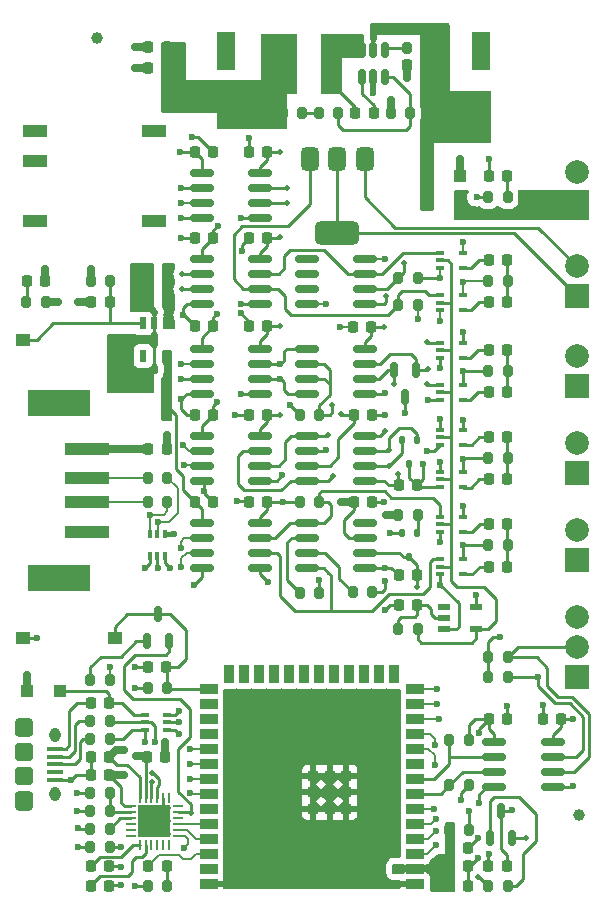
<source format=gtl>
G04 #@! TF.GenerationSoftware,KiCad,Pcbnew,8.0.8*
G04 #@! TF.CreationDate,2025-01-21T11:13:05-05:00*
G04 #@! TF.ProjectId,_HW_ESP32-IsoLink,5f48575f-4553-4503-9332-2d49736f4c69,rev?*
G04 #@! TF.SameCoordinates,Original*
G04 #@! TF.FileFunction,Copper,L1,Top*
G04 #@! TF.FilePolarity,Positive*
%FSLAX46Y46*%
G04 Gerber Fmt 4.6, Leading zero omitted, Abs format (unit mm)*
G04 Created by KiCad (PCBNEW 8.0.8) date 2025-01-21 11:13:05*
%MOMM*%
%LPD*%
G01*
G04 APERTURE LIST*
G04 Aperture macros list*
%AMRoundRect*
0 Rectangle with rounded corners*
0 $1 Rounding radius*
0 $2 $3 $4 $5 $6 $7 $8 $9 X,Y pos of 4 corners*
0 Add a 4 corners polygon primitive as box body*
4,1,4,$2,$3,$4,$5,$6,$7,$8,$9,$2,$3,0*
0 Add four circle primitives for the rounded corners*
1,1,$1+$1,$2,$3*
1,1,$1+$1,$4,$5*
1,1,$1+$1,$6,$7*
1,1,$1+$1,$8,$9*
0 Add four rect primitives between the rounded corners*
20,1,$1+$1,$2,$3,$4,$5,0*
20,1,$1+$1,$4,$5,$6,$7,0*
20,1,$1+$1,$6,$7,$8,$9,0*
20,1,$1+$1,$8,$9,$2,$3,0*%
G04 Aperture macros list end*
G04 #@! TA.AperFunction,SMDPad,CuDef*
%ADD10RoundRect,0.200000X-0.200000X-0.275000X0.200000X-0.275000X0.200000X0.275000X-0.200000X0.275000X0*%
G04 #@! TD*
G04 #@! TA.AperFunction,SMDPad,CuDef*
%ADD11RoundRect,0.150000X-0.825000X-0.150000X0.825000X-0.150000X0.825000X0.150000X-0.825000X0.150000X0*%
G04 #@! TD*
G04 #@! TA.AperFunction,SMDPad,CuDef*
%ADD12RoundRect,0.218750X-0.218750X-0.256250X0.218750X-0.256250X0.218750X0.256250X-0.218750X0.256250X0*%
G04 #@! TD*
G04 #@! TA.AperFunction,SMDPad,CuDef*
%ADD13RoundRect,0.225000X0.225000X0.250000X-0.225000X0.250000X-0.225000X-0.250000X0.225000X-0.250000X0*%
G04 #@! TD*
G04 #@! TA.AperFunction,SMDPad,CuDef*
%ADD14RoundRect,0.150000X0.150000X-0.512500X0.150000X0.512500X-0.150000X0.512500X-0.150000X-0.512500X0*%
G04 #@! TD*
G04 #@! TA.AperFunction,SMDPad,CuDef*
%ADD15RoundRect,0.225000X-0.225000X-0.250000X0.225000X-0.250000X0.225000X0.250000X-0.225000X0.250000X0*%
G04 #@! TD*
G04 #@! TA.AperFunction,SMDPad,CuDef*
%ADD16RoundRect,0.250000X-0.300000X-0.300000X0.300000X-0.300000X0.300000X0.300000X-0.300000X0.300000X0*%
G04 #@! TD*
G04 #@! TA.AperFunction,SMDPad,CuDef*
%ADD17RoundRect,0.100000X-0.225000X-0.100000X0.225000X-0.100000X0.225000X0.100000X-0.225000X0.100000X0*%
G04 #@! TD*
G04 #@! TA.AperFunction,SMDPad,CuDef*
%ADD18RoundRect,0.100000X0.225000X0.100000X-0.225000X0.100000X-0.225000X-0.100000X0.225000X-0.100000X0*%
G04 #@! TD*
G04 #@! TA.AperFunction,SMDPad,CuDef*
%ADD19R,1.600000X3.200000*%
G04 #@! TD*
G04 #@! TA.AperFunction,ComponentPad*
%ADD20R,2.000000X2.000000*%
G04 #@! TD*
G04 #@! TA.AperFunction,ComponentPad*
%ADD21C,2.000000*%
G04 #@! TD*
G04 #@! TA.AperFunction,SMDPad,CuDef*
%ADD22RoundRect,0.200000X0.200000X0.275000X-0.200000X0.275000X-0.200000X-0.275000X0.200000X-0.275000X0*%
G04 #@! TD*
G04 #@! TA.AperFunction,SMDPad,CuDef*
%ADD23R,1.250000X1.000000*%
G04 #@! TD*
G04 #@! TA.AperFunction,SMDPad,CuDef*
%ADD24R,2.100000X1.000000*%
G04 #@! TD*
G04 #@! TA.AperFunction,SMDPad,CuDef*
%ADD25RoundRect,0.150000X-0.150000X0.512500X-0.150000X-0.512500X0.150000X-0.512500X0.150000X0.512500X0*%
G04 #@! TD*
G04 #@! TA.AperFunction,SMDPad,CuDef*
%ADD26RoundRect,0.100000X-0.575000X0.100000X-0.575000X-0.100000X0.575000X-0.100000X0.575000X0.100000X0*%
G04 #@! TD*
G04 #@! TA.AperFunction,ComponentPad*
%ADD27O,1.550000X0.890000*%
G04 #@! TD*
G04 #@! TA.AperFunction,SMDPad,CuDef*
%ADD28RoundRect,0.250000X-0.525000X0.475000X-0.525000X-0.475000X0.525000X-0.475000X0.525000X0.475000X0*%
G04 #@! TD*
G04 #@! TA.AperFunction,ComponentPad*
%ADD29O,0.950000X1.250000*%
G04 #@! TD*
G04 #@! TA.AperFunction,SMDPad,CuDef*
%ADD30RoundRect,0.250000X-0.525000X0.500000X-0.525000X-0.500000X0.525000X-0.500000X0.525000X0.500000X0*%
G04 #@! TD*
G04 #@! TA.AperFunction,SMDPad,CuDef*
%ADD31RoundRect,0.112500X0.112500X0.237500X-0.112500X0.237500X-0.112500X-0.237500X0.112500X-0.237500X0*%
G04 #@! TD*
G04 #@! TA.AperFunction,SMDPad,CuDef*
%ADD32C,1.000000*%
G04 #@! TD*
G04 #@! TA.AperFunction,SMDPad,CuDef*
%ADD33R,3.800000X1.100000*%
G04 #@! TD*
G04 #@! TA.AperFunction,SMDPad,CuDef*
%ADD34R,5.300000X2.300000*%
G04 #@! TD*
G04 #@! TA.AperFunction,SMDPad,CuDef*
%ADD35R,1.500000X0.900000*%
G04 #@! TD*
G04 #@! TA.AperFunction,SMDPad,CuDef*
%ADD36R,0.900000X1.500000*%
G04 #@! TD*
G04 #@! TA.AperFunction,SMDPad,CuDef*
%ADD37R,0.900000X0.900000*%
G04 #@! TD*
G04 #@! TA.AperFunction,ComponentPad*
%ADD38C,0.400000*%
G04 #@! TD*
G04 #@! TA.AperFunction,SMDPad,CuDef*
%ADD39RoundRect,0.062500X-0.062500X0.337500X-0.062500X-0.337500X0.062500X-0.337500X0.062500X0.337500X0*%
G04 #@! TD*
G04 #@! TA.AperFunction,SMDPad,CuDef*
%ADD40RoundRect,0.062500X-0.337500X0.062500X-0.337500X-0.062500X0.337500X-0.062500X0.337500X0.062500X0*%
G04 #@! TD*
G04 #@! TA.AperFunction,HeatsinkPad*
%ADD41C,0.500000*%
G04 #@! TD*
G04 #@! TA.AperFunction,HeatsinkPad*
%ADD42R,2.750000X2.750000*%
G04 #@! TD*
G04 #@! TA.AperFunction,SMDPad,CuDef*
%ADD43RoundRect,0.375000X-0.375000X0.625000X-0.375000X-0.625000X0.375000X-0.625000X0.375000X0.625000X0*%
G04 #@! TD*
G04 #@! TA.AperFunction,SMDPad,CuDef*
%ADD44RoundRect,0.500000X-1.400000X0.500000X-1.400000X-0.500000X1.400000X-0.500000X1.400000X0.500000X0*%
G04 #@! TD*
G04 #@! TA.AperFunction,SMDPad,CuDef*
%ADD45R,1.000000X0.599999*%
G04 #@! TD*
G04 #@! TA.AperFunction,SMDPad,CuDef*
%ADD46RoundRect,0.100000X0.100000X-0.225000X0.100000X0.225000X-0.100000X0.225000X-0.100000X-0.225000X0*%
G04 #@! TD*
G04 #@! TA.AperFunction,SMDPad,CuDef*
%ADD47R,0.599999X1.000000*%
G04 #@! TD*
G04 #@! TA.AperFunction,SMDPad,CuDef*
%ADD48RoundRect,0.218750X0.218750X0.256250X-0.218750X0.256250X-0.218750X-0.256250X0.218750X-0.256250X0*%
G04 #@! TD*
G04 #@! TA.AperFunction,SMDPad,CuDef*
%ADD49R,1.550000X4.699000*%
G04 #@! TD*
G04 #@! TA.AperFunction,ViaPad*
%ADD50C,0.500000*%
G04 #@! TD*
G04 #@! TA.AperFunction,ViaPad*
%ADD51C,0.600000*%
G04 #@! TD*
G04 #@! TA.AperFunction,Conductor*
%ADD52C,0.254000*%
G04 #@! TD*
G04 #@! TA.AperFunction,Conductor*
%ADD53C,0.635000*%
G04 #@! TD*
G04 #@! TA.AperFunction,Conductor*
%ADD54C,0.381000*%
G04 #@! TD*
G04 #@! TA.AperFunction,Conductor*
%ADD55C,0.200000*%
G04 #@! TD*
G04 #@! TA.AperFunction,Conductor*
%ADD56C,0.508000*%
G04 #@! TD*
G04 APERTURE END LIST*
D10*
X185611000Y-238226600D03*
X187261000Y-238226600D03*
D11*
X168975000Y-236601000D03*
X168975000Y-237871000D03*
X168975000Y-239141000D03*
X168975000Y-240411000D03*
X173925000Y-240411000D03*
X173925000Y-239141000D03*
X173925000Y-237871000D03*
X173925000Y-236601000D03*
D12*
X193268500Y-229616000D03*
X194843500Y-229616000D03*
X159587999Y-289712400D03*
X161162999Y-289712400D03*
D13*
X183528000Y-224282000D03*
X181978000Y-224282000D03*
D14*
X182565000Y-221228500D03*
X183515000Y-221228500D03*
X184465000Y-221228500D03*
X184465000Y-218953500D03*
X183515000Y-218953500D03*
X182565000Y-218953500D03*
D10*
X193228600Y-260858000D03*
X194878600Y-260858000D03*
D15*
X189979000Y-288036000D03*
X191529000Y-288036000D03*
D16*
X188084000Y-232029000D03*
X190884000Y-232029000D03*
D10*
X193231000Y-272034000D03*
X194881000Y-272034000D03*
D17*
X189169000Y-258430000D03*
X189169000Y-259080000D03*
X189169000Y-259730000D03*
X191069000Y-259730000D03*
X191069000Y-258430000D03*
D12*
X159587999Y-288036000D03*
X161162999Y-288036000D03*
D10*
X193231000Y-231394000D03*
X194881000Y-231394000D03*
D12*
X193268500Y-247904000D03*
X194843500Y-247904000D03*
D18*
X166050000Y-276494000D03*
X166050000Y-275844000D03*
X166050000Y-275194000D03*
X164150000Y-275194000D03*
X164150000Y-275844000D03*
X164150000Y-276494000D03*
D19*
X192659000Y-223988000D03*
X192659000Y-218988000D03*
D20*
X200764000Y-254767000D03*
D21*
X200764000Y-252227000D03*
D13*
X166002000Y-238506000D03*
X164452000Y-238506000D03*
D20*
X200764000Y-272034000D03*
D21*
X200764000Y-269494000D03*
X200764000Y-266954000D03*
D11*
X193740000Y-277495000D03*
X193740000Y-278765000D03*
X193740000Y-280035000D03*
X193740000Y-281305000D03*
X198690000Y-281305000D03*
X198690000Y-280035000D03*
X198690000Y-278765000D03*
X198690000Y-277495000D03*
D15*
X193281000Y-275590000D03*
X194831000Y-275590000D03*
X181851000Y-249809000D03*
X183401000Y-249809000D03*
D12*
X193268500Y-236728000D03*
X194843500Y-236728000D03*
D22*
X161200499Y-272237200D03*
X159550499Y-272237200D03*
D15*
X189979000Y-286512000D03*
X191529000Y-286512000D03*
D13*
X169939000Y-249809000D03*
X168389000Y-249809000D03*
D10*
X164402000Y-257175000D03*
X166052000Y-257175000D03*
D15*
X185661000Y-255778000D03*
X187211000Y-255778000D03*
D10*
X164402000Y-255143000D03*
X166052000Y-255143000D03*
D17*
X189169000Y-262036800D03*
X189169000Y-262686800D03*
X189169000Y-263336800D03*
X191069000Y-263336800D03*
X191069000Y-262036800D03*
D22*
X187997600Y-218719400D03*
X186347600Y-218719400D03*
D20*
X200764000Y-262133000D03*
D21*
X200764000Y-259593000D03*
D13*
X187922200Y-220167200D03*
X186372200Y-220167200D03*
D23*
X161609000Y-268732000D03*
X153859000Y-268732000D03*
D24*
X154843000Y-225806000D03*
X154843000Y-228346000D03*
X154843000Y-233426000D03*
X164943000Y-233426000D03*
X164943000Y-225806000D03*
D13*
X183350200Y-242341400D03*
X181800200Y-242341400D03*
D10*
X193231000Y-253492000D03*
X194881000Y-253492000D03*
X175832000Y-224282000D03*
X177482000Y-224282000D03*
D13*
X165986799Y-271170400D03*
X164436799Y-271170400D03*
D25*
X187132000Y-246004500D03*
X185232000Y-246004500D03*
X186182000Y-248279500D03*
D15*
X164325000Y-278765000D03*
X165875000Y-278765000D03*
D20*
X200764000Y-231780000D03*
D21*
X200764000Y-229240000D03*
D26*
X156594000Y-278100000D03*
X156594000Y-278750000D03*
X156594000Y-279400000D03*
X156594000Y-280050000D03*
X156594000Y-280700000D03*
D27*
X153894000Y-275900000D03*
D28*
X153894000Y-276375000D03*
D29*
X156594000Y-276900000D03*
D30*
X153894000Y-278400000D03*
X153894000Y-280400000D03*
D29*
X156594000Y-281900000D03*
D28*
X153894000Y-282425000D03*
D27*
X153894000Y-282900000D03*
D10*
X193231000Y-246126000D03*
X194881000Y-246126000D03*
D14*
X193360000Y-285617500D03*
X195260000Y-285617500D03*
X194310000Y-283342500D03*
D13*
X166002000Y-220472000D03*
X164452000Y-220472000D03*
D31*
X187213000Y-251984000D03*
X185913000Y-251984000D03*
X186563000Y-253984000D03*
D13*
X174511000Y-249809000D03*
X172961000Y-249809000D03*
D22*
X191579000Y-281178000D03*
X189929000Y-281178000D03*
D12*
X193268500Y-262685999D03*
X194843500Y-262685999D03*
D13*
X174511000Y-227573154D03*
X172961000Y-227573154D03*
X194803350Y-288036000D03*
X193253350Y-288036000D03*
D23*
X153859000Y-243459000D03*
X161609000Y-243459000D03*
D15*
X189979000Y-289712400D03*
X191529000Y-289712400D03*
D11*
X177865000Y-236601000D03*
X177865000Y-237871000D03*
X177865000Y-239141000D03*
X177865000Y-240411000D03*
X182815000Y-240411000D03*
X182815000Y-239141000D03*
X182815000Y-237871000D03*
X182815000Y-236601000D03*
D10*
X159550499Y-281813000D03*
X161200499Y-281813000D03*
X159576000Y-238506000D03*
X161226000Y-238506000D03*
X193231000Y-289712400D03*
X194881000Y-289712400D03*
X154115000Y-240284000D03*
X155765000Y-240284000D03*
D12*
X193268500Y-251714000D03*
X194843500Y-251714000D03*
D22*
X186626000Y-224282000D03*
X184976000Y-224282000D03*
D32*
X200914000Y-283718000D03*
D13*
X166002000Y-247142000D03*
X164452000Y-247142000D03*
D11*
X177865000Y-258953000D03*
X177865000Y-260223000D03*
X177865000Y-261493000D03*
X177865000Y-262763000D03*
X182815000Y-262763000D03*
X182815000Y-261493000D03*
X182815000Y-260223000D03*
X182815000Y-258953000D03*
D22*
X191579000Y-277368000D03*
X189929000Y-277368000D03*
D17*
X189174518Y-239671500D03*
X189174518Y-240321500D03*
X189174518Y-240971500D03*
X191074518Y-240971500D03*
X191074518Y-239671500D03*
D10*
X159550499Y-277241000D03*
X161200499Y-277241000D03*
X185611000Y-240538000D03*
X187261000Y-240538000D03*
D31*
X187213000Y-259858000D03*
X185913000Y-259858000D03*
X186563000Y-261858000D03*
D20*
X200764000Y-239781000D03*
D21*
X200764000Y-237241000D03*
D33*
X159275000Y-252699000D03*
X159275000Y-255199000D03*
X159275000Y-257199000D03*
X159275000Y-259699000D03*
D34*
X156875000Y-248799000D03*
X156875000Y-263599000D03*
D16*
X188084000Y-229616000D03*
X190884000Y-229616000D03*
D22*
X187261000Y-267970000D03*
X185611000Y-267970000D03*
D11*
X168975000Y-258953000D03*
X168975000Y-260223000D03*
X168975000Y-261493000D03*
X168975000Y-262763000D03*
X173925000Y-262763000D03*
X173925000Y-261493000D03*
X173925000Y-260223000D03*
X173925000Y-258953000D03*
D35*
X187059600Y-289507600D03*
X187059600Y-288237600D03*
X187059600Y-286967600D03*
X187059600Y-285697600D03*
X187059600Y-284427600D03*
X187059600Y-283157600D03*
X187059600Y-281887600D03*
X187059600Y-280617600D03*
X187059600Y-279347600D03*
X187059600Y-278077600D03*
X187059600Y-276807600D03*
X187059600Y-275537600D03*
X187059600Y-274267600D03*
X187059600Y-272997600D03*
D36*
X185294600Y-271747600D03*
X184024600Y-271747600D03*
X182754600Y-271747600D03*
X181484600Y-271747600D03*
X180214600Y-271747600D03*
X178944600Y-271747600D03*
X177674600Y-271747600D03*
X176404600Y-271747600D03*
X175134600Y-271747600D03*
X173864600Y-271747600D03*
X172594600Y-271747600D03*
X171324600Y-271747600D03*
D35*
X169559600Y-272997600D03*
X169559600Y-274267600D03*
X169559600Y-275537600D03*
X169559600Y-276807600D03*
X169559600Y-278077600D03*
X169559600Y-279347600D03*
X169559600Y-280617600D03*
X169559600Y-281887600D03*
X169559600Y-283157600D03*
X169559600Y-284427600D03*
X169559600Y-285697600D03*
X169559600Y-286967600D03*
X169559600Y-288237600D03*
X169559600Y-289507600D03*
D37*
X181209600Y-283187600D03*
D38*
X181209600Y-282487600D03*
D37*
X181209600Y-281787600D03*
D38*
X181209600Y-281087600D03*
D37*
X181209600Y-280387600D03*
D38*
X180509600Y-283187600D03*
X180509600Y-281787600D03*
X180509600Y-280387600D03*
D37*
X179809600Y-283187600D03*
D38*
X179809600Y-282487600D03*
D37*
X179809600Y-281787600D03*
D38*
X179809600Y-281087600D03*
D37*
X179809600Y-280387600D03*
D38*
X179109600Y-283187600D03*
X179109600Y-281787600D03*
X179109600Y-280387600D03*
D37*
X178409600Y-283187600D03*
D38*
X178409600Y-282487600D03*
D37*
X178409600Y-281787600D03*
D38*
X178409600Y-281087600D03*
D37*
X178409600Y-280387600D03*
D10*
X178880000Y-224282000D03*
X180530000Y-224282000D03*
D17*
X189169000Y-247254000D03*
X189169000Y-247904000D03*
X189169000Y-248554000D03*
X191069000Y-248554000D03*
X191069000Y-247254000D03*
D10*
X193231000Y-270357600D03*
X194881000Y-270357600D03*
D12*
X164439500Y-288036000D03*
X166014500Y-288036000D03*
D10*
X177279800Y-257175000D03*
X178929800Y-257175000D03*
D39*
X166223000Y-282251000D03*
X165723000Y-282251000D03*
X165223000Y-282251000D03*
X164723000Y-282251000D03*
X164223000Y-282251000D03*
X163723000Y-282251000D03*
D40*
X162998000Y-282976000D03*
X162998000Y-283476000D03*
X162998000Y-283976000D03*
X162998000Y-284476000D03*
X162998000Y-284976000D03*
X162998000Y-285476000D03*
D39*
X163723000Y-286201000D03*
X164223000Y-286201000D03*
X164723000Y-286201000D03*
X165223000Y-286201000D03*
X165723000Y-286201000D03*
X166223000Y-286201000D03*
D40*
X166948000Y-285476000D03*
X166948000Y-284976000D03*
X166948000Y-284476000D03*
X166948000Y-283976000D03*
X166948000Y-283476000D03*
X166948000Y-282976000D03*
D41*
X166098000Y-283101000D03*
X164973000Y-283101000D03*
X163848000Y-283101000D03*
X166098000Y-284226000D03*
X164973000Y-284226000D03*
D42*
X164973000Y-284226000D03*
D41*
X163848000Y-284226000D03*
X166098000Y-285351000D03*
X164973000Y-285351000D03*
X163848000Y-285351000D03*
D13*
X174511000Y-257175176D03*
X172961000Y-257175176D03*
D15*
X168389000Y-227561650D03*
X169939000Y-227561650D03*
D43*
X182767000Y-228117000D03*
X180467000Y-228117000D03*
D44*
X180467000Y-234417000D03*
D43*
X178167000Y-228117000D03*
D10*
X185611000Y-258318000D03*
X187261000Y-258318000D03*
D13*
X161150499Y-278765000D03*
X159600499Y-278765000D03*
D12*
X159587999Y-274193000D03*
X161162999Y-274193000D03*
D22*
X161200499Y-283337000D03*
X159550499Y-283337000D03*
X178929800Y-264871200D03*
X177279800Y-264871200D03*
D17*
X189169000Y-251064000D03*
X189169000Y-251714000D03*
X189169000Y-252364000D03*
X191069000Y-252364000D03*
X191069000Y-251064000D03*
D12*
X193268500Y-244348000D03*
X194843500Y-244348000D03*
D10*
X189929000Y-284988000D03*
X191579000Y-284988000D03*
D12*
X193268500Y-259080000D03*
X194843500Y-259080000D03*
D10*
X159550499Y-275717000D03*
X161200499Y-275717000D03*
D17*
X189169000Y-254620000D03*
X189169000Y-255270000D03*
X189169000Y-255920000D03*
X191069000Y-255920000D03*
X191069000Y-254620000D03*
D10*
X159550499Y-286385000D03*
X161200499Y-286385000D03*
D13*
X161150499Y-280289000D03*
X159600499Y-280289000D03*
X161176000Y-240284000D03*
X159626000Y-240284000D03*
D12*
X193268500Y-255270000D03*
X194843500Y-255270000D03*
D10*
X159550499Y-284861000D03*
X161200499Y-284861000D03*
D13*
X199403000Y-275590000D03*
X197853000Y-275590000D03*
D15*
X168389000Y-257175000D03*
X169939000Y-257175000D03*
D13*
X187211000Y-263398000D03*
X185661000Y-263398000D03*
D19*
X171069000Y-223988000D03*
X171069000Y-218988000D03*
D16*
X154175000Y-273177000D03*
X156975000Y-273177000D03*
D10*
X164402000Y-289712400D03*
X166052000Y-289712400D03*
D13*
X169939000Y-234823000D03*
X168389000Y-234823000D03*
D45*
X189480599Y-266054799D03*
X189480599Y-267004800D03*
X189480599Y-267954798D03*
X192230599Y-267954798D03*
X192230599Y-266054799D03*
D13*
X166002000Y-218694000D03*
X164452000Y-218694000D03*
D46*
X164577000Y-261808000D03*
X165227000Y-261808000D03*
X165877000Y-261808000D03*
X165877000Y-259908000D03*
X165227000Y-259908000D03*
X164577000Y-259908000D03*
D11*
X177865000Y-244221000D03*
X177865000Y-245491000D03*
X177865000Y-246761000D03*
X177865000Y-248031000D03*
X182815000Y-248031000D03*
X182815000Y-246761000D03*
X182815000Y-245491000D03*
X182815000Y-244221000D03*
X177865000Y-251587000D03*
X177865000Y-252857000D03*
X177865000Y-254127000D03*
X177865000Y-255397000D03*
X182815000Y-255397000D03*
X182815000Y-254127000D03*
X182815000Y-252857000D03*
X182815000Y-251587000D03*
D12*
X154152500Y-238506000D03*
X155727500Y-238506000D03*
D11*
X168975000Y-244221000D03*
X168975000Y-245491000D03*
X168975000Y-246761000D03*
X168975000Y-248031000D03*
X173925000Y-248031000D03*
X173925000Y-246761000D03*
X173925000Y-245491000D03*
X173925000Y-244221000D03*
D32*
X160147000Y-217932000D03*
D13*
X169939000Y-242316000D03*
X168389000Y-242316000D03*
D11*
X168975000Y-251587000D03*
X168975000Y-252857000D03*
X168975000Y-254127000D03*
X168975000Y-255397000D03*
X173925000Y-255397000D03*
X173925000Y-254127000D03*
X173925000Y-252857000D03*
X173925000Y-251587000D03*
D13*
X174511000Y-234823000D03*
X172961000Y-234823000D03*
D14*
X164337999Y-268980500D03*
X166237999Y-268980500D03*
X165287999Y-266705500D03*
D15*
X181851000Y-257175176D03*
X183401000Y-257175176D03*
D13*
X166002000Y-240284000D03*
X164452000Y-240284000D03*
X174511000Y-242317668D03*
X172961000Y-242317668D03*
D47*
X165923001Y-242083999D03*
X164973000Y-242083999D03*
X164023002Y-242083999D03*
X164023002Y-244833999D03*
X165923001Y-244833999D03*
D11*
X168975000Y-229362000D03*
X168975000Y-230632000D03*
X168975000Y-231902000D03*
X168975000Y-233172000D03*
X173925000Y-233172000D03*
X173925000Y-231902000D03*
X173925000Y-230632000D03*
X173925000Y-229362000D03*
D17*
X189169000Y-236078000D03*
X189169000Y-236728000D03*
X189169000Y-237378000D03*
X191069000Y-237378000D03*
X191069000Y-236078000D03*
D10*
X164386799Y-272948400D03*
X166036799Y-272948400D03*
D48*
X166014500Y-252730000D03*
X164439500Y-252730000D03*
D49*
X179879000Y-220091000D03*
X176229000Y-220091000D03*
D22*
X178918205Y-249802327D03*
X177268205Y-249802327D03*
D12*
X193268500Y-240284000D03*
X194843500Y-240284000D03*
D13*
X187211000Y-265938000D03*
X185661000Y-265938000D03*
D20*
X200764000Y-247401000D03*
D21*
X200764000Y-244861000D03*
D17*
X189169000Y-243698000D03*
X189169000Y-244348000D03*
X189169000Y-244998000D03*
X191069000Y-244998000D03*
X191069000Y-243698000D03*
D22*
X183425600Y-264845800D03*
X181775600Y-264845800D03*
D10*
X193231000Y-238506000D03*
X194881000Y-238506000D03*
D50*
X184581800Y-258318000D03*
D51*
X184480200Y-263906000D03*
X188084000Y-232029000D03*
X180771800Y-257175000D03*
X157937200Y-280695400D03*
X167386000Y-241376200D03*
X158750000Y-259664200D03*
X164134800Y-262788400D03*
X155397200Y-233426000D03*
X193268600Y-286969200D03*
X194843400Y-274497800D03*
X165887400Y-277545800D03*
X167208200Y-233172000D03*
X166268400Y-262788400D03*
X155041600Y-268732000D03*
X159842200Y-259664200D03*
X158496000Y-240284000D03*
X163347400Y-240258600D03*
X167055800Y-276860000D03*
X158419800Y-283337000D03*
X167055800Y-275844000D03*
X167030400Y-274878800D03*
X167246300Y-248500900D03*
X168338500Y-264223500D03*
X167208200Y-234823000D03*
X154305000Y-233426000D03*
X165252400Y-262788400D03*
X164465000Y-237363000D03*
X192405000Y-285673800D03*
X192481200Y-282702000D03*
X156845000Y-240284000D03*
X192405000Y-287324800D03*
X163195000Y-247142000D03*
X169164000Y-256286000D03*
X164973000Y-243255800D03*
X168148000Y-226314000D03*
X163322000Y-271170400D03*
X190906400Y-282448000D03*
X188823600Y-288137600D03*
X158470600Y-284835600D03*
X167132000Y-227558600D03*
X188823600Y-289212400D03*
X170256200Y-241249200D03*
X166002000Y-249084800D03*
X162356800Y-280289000D03*
X170332400Y-233807000D03*
X170281600Y-248767600D03*
X192481200Y-276758400D03*
X163296600Y-289712400D03*
X158470600Y-286385000D03*
X163296600Y-272948400D03*
X162356800Y-278206200D03*
X185597800Y-288213800D03*
X163372800Y-278739600D03*
X166002000Y-248234200D03*
X164414200Y-233426000D03*
X166014501Y-251561499D03*
X154178000Y-271856200D03*
X166014400Y-239395000D03*
X166014400Y-237337600D03*
X166624000Y-259908000D03*
X158419800Y-281813000D03*
X159576000Y-237477800D03*
X165506400Y-233426000D03*
X155727501Y-237464701D03*
X192659000Y-219532200D03*
X189179200Y-245872000D03*
X172262800Y-241223800D03*
X171069000Y-219532200D03*
X188163200Y-248564400D03*
X189179200Y-264210800D03*
X200380600Y-281279600D03*
X192659000Y-218440000D03*
X179527200Y-252831600D03*
X189179200Y-238252000D03*
X193268600Y-228142800D03*
X187731400Y-253949200D03*
X184480200Y-249809000D03*
X172262800Y-248031000D03*
X172288200Y-240411000D03*
X184404000Y-257175000D03*
X186182000Y-249631200D03*
X189179200Y-260604000D03*
X184886600Y-259842000D03*
X174625000Y-263982200D03*
X179527200Y-240436400D03*
X180695600Y-242366800D03*
X163347400Y-220472000D03*
X184480200Y-262763000D03*
X184505600Y-266344400D03*
X163347400Y-218694000D03*
X172948600Y-226415600D03*
X172262800Y-233172000D03*
X189179200Y-241858800D03*
X184962800Y-223189800D03*
X188061600Y-252907800D03*
X154305000Y-225780600D03*
X171069000Y-218440000D03*
X171983400Y-257124200D03*
X171831000Y-249834400D03*
X175754156Y-254953644D03*
X197866000Y-274421600D03*
X187248800Y-241706400D03*
X183515000Y-222580200D03*
X190881000Y-228168200D03*
X184480200Y-247980200D03*
X172364400Y-235915200D03*
X155397200Y-225780600D03*
X176428400Y-248970800D03*
X186372200Y-221272400D03*
X167119000Y-218668600D03*
X191074518Y-238547118D03*
D50*
X175641000Y-227558600D03*
D51*
X191058800Y-235204000D03*
X200431400Y-275590000D03*
X171043600Y-224536000D03*
X191058800Y-242824000D03*
X191084200Y-253517400D03*
X176225200Y-221615000D03*
X184480200Y-236601000D03*
X192252600Y-231394000D03*
D50*
X180746400Y-249783600D03*
D51*
X154305000Y-228346000D03*
D50*
X175615600Y-249809000D03*
D51*
X194233800Y-268630400D03*
X167119000Y-220446600D03*
X176225200Y-220522800D03*
X178917600Y-263804400D03*
X191084200Y-257556000D03*
X191058800Y-250215400D03*
D50*
X185623200Y-254787400D03*
D51*
X192227200Y-265099800D03*
X191084200Y-260807200D03*
X175844200Y-257175000D03*
D50*
X184429400Y-242341400D03*
X175590200Y-242316000D03*
D51*
X171043600Y-223443800D03*
X176225200Y-219430600D03*
X176225200Y-218338400D03*
D50*
X175641000Y-234797600D03*
D51*
X191084200Y-246126000D03*
X155397200Y-228346000D03*
D50*
X164800000Y-280916571D03*
D51*
X165023800Y-277545800D03*
X164150000Y-277535600D03*
D50*
X164800000Y-280136600D03*
D51*
X162128200Y-289661600D03*
X162116644Y-286373444D03*
X162128200Y-288061400D03*
D50*
X187223400Y-264414000D03*
D51*
X197434200Y-272034000D03*
D50*
X186131200Y-236956600D03*
X184581800Y-239725200D03*
X188163200Y-245973600D03*
X185242200Y-247243600D03*
X184835800Y-252806200D03*
X184835800Y-254127000D03*
D51*
X167487600Y-286512000D03*
X161213800Y-271145000D03*
D50*
X196418200Y-285623000D03*
X168037600Y-283514800D03*
X192405000Y-288950400D03*
X180035200Y-248945400D03*
X176174400Y-230632000D03*
D51*
X188772800Y-286258000D03*
X195224400Y-283311600D03*
X191579500Y-283375100D03*
X175615600Y-245491000D03*
D50*
X188036200Y-243687600D03*
D51*
X188671200Y-283210000D03*
X167233600Y-231902000D03*
X167208200Y-230632000D03*
X189026800Y-275539200D03*
X189179200Y-253771400D03*
D50*
X179705000Y-251561600D03*
D51*
X175641000Y-246761000D03*
D50*
X188036200Y-247243600D03*
X180060600Y-255016000D03*
D51*
X189179200Y-250164600D03*
D50*
X184505600Y-251180600D03*
X176174400Y-231902000D03*
D51*
X188722000Y-279425400D03*
X167259000Y-246761000D03*
X188739865Y-277807335D03*
X167233600Y-245516400D03*
X167411400Y-252399800D03*
X188780510Y-284002500D03*
X167436800Y-254076200D03*
X188772800Y-285038800D03*
X165259935Y-258874076D03*
X188925200Y-274269200D03*
X164592000Y-258274076D03*
X188925200Y-272999200D03*
X167182800Y-261061200D03*
X167995600Y-281863800D03*
D50*
X167335200Y-239141000D03*
D51*
X167944800Y-278079200D03*
X167995600Y-280619200D03*
X167208200Y-262737600D03*
X167944800Y-279349200D03*
D50*
X167335200Y-237871000D03*
D52*
X187261000Y-238226600D02*
X189153800Y-238226600D01*
X189153800Y-238226600D02*
X189179200Y-238252000D01*
X187858400Y-239318800D02*
X188211100Y-239671500D01*
X185953400Y-239318800D02*
X187858400Y-239318800D01*
X185611000Y-239661200D02*
X185953400Y-239318800D01*
X188211100Y-239671500D02*
X189174518Y-239671500D01*
X185611000Y-240538000D02*
X185611000Y-239661200D01*
X186131200Y-237706400D02*
X184696600Y-239141000D01*
X186131200Y-236956600D02*
X186131200Y-237706400D01*
X184696600Y-239141000D02*
X182815000Y-239141000D01*
D53*
X181851000Y-257175176D02*
X180771976Y-257175176D01*
D52*
X184200800Y-264845800D02*
X183425600Y-264845800D01*
X182815000Y-260223000D02*
X181432200Y-260223000D01*
X180771976Y-257175176D02*
X180771800Y-257175000D01*
X181000400Y-259791200D02*
X181000400Y-258724400D01*
X181851000Y-257873800D02*
X181851000Y-257175176D01*
X181432200Y-260223000D02*
X181000400Y-259791200D01*
X184480200Y-263906000D02*
X184480200Y-264566400D01*
X184480200Y-264566400D02*
X184200800Y-264845800D01*
D53*
X184581800Y-258318000D02*
X185611000Y-258318000D01*
D52*
X181000400Y-258724400D02*
X181851000Y-257873800D01*
X193253350Y-288036000D02*
X193253350Y-286984450D01*
X167246300Y-249288300D02*
X167246300Y-248500900D01*
X159600499Y-280289000D02*
X158343600Y-280289000D01*
X167055800Y-276860000D02*
X166689800Y-276494000D01*
X166049999Y-275844000D02*
X167055800Y-275844000D01*
X168389000Y-234823000D02*
X167208200Y-234823000D01*
X168338500Y-264223500D02*
X168975000Y-263587000D01*
X193090800Y-281305000D02*
X193740000Y-281305000D01*
X194831000Y-275590000D02*
X194831000Y-274510200D01*
X191693800Y-288036000D02*
X191529000Y-288036000D01*
X167767000Y-249809000D02*
X167246300Y-249288300D01*
X192405000Y-287324800D02*
X191693800Y-288036000D01*
X166715200Y-275194000D02*
X166050000Y-275194000D01*
X169164000Y-256400000D02*
X169939000Y-257175000D01*
X165227000Y-261807999D02*
X165227000Y-262763000D01*
D53*
X159626000Y-240284000D02*
X158496000Y-240284000D01*
D52*
X167030400Y-274878800D02*
X166715200Y-275194000D01*
X192481200Y-281914600D02*
X193090800Y-281305000D01*
X165227000Y-262763000D02*
X165252400Y-262788400D01*
X164577000Y-262346200D02*
X164577000Y-261808000D01*
X168389000Y-249809000D02*
X167767000Y-249809000D01*
X167449200Y-241376200D02*
X168389000Y-242316000D01*
X157932600Y-280700000D02*
X157937200Y-280695400D01*
X168975000Y-263587000D02*
X168975000Y-262763000D01*
X164452000Y-237376000D02*
X164465000Y-237363000D01*
X192367200Y-285673800D02*
X191529000Y-286512000D01*
X167386000Y-241376200D02*
X167386000Y-240766600D01*
X192405000Y-285673800D02*
X192367200Y-285673800D01*
X166689800Y-276494000D02*
X166050000Y-276494000D01*
X165723000Y-282251000D02*
X165723000Y-283476000D01*
X163322000Y-271170400D02*
X164436799Y-271170400D01*
X156594000Y-280700000D02*
X157932600Y-280700000D01*
X169164000Y-256286000D02*
X169164000Y-256400000D01*
X167741600Y-240411000D02*
X168975000Y-240411000D01*
X153859000Y-268732000D02*
X155041600Y-268732000D01*
X168691350Y-226314000D02*
X169939000Y-227561650D01*
X165875000Y-277558200D02*
X165887400Y-277545800D01*
X159600499Y-278765000D02*
X159600499Y-280289000D01*
X165877000Y-262397000D02*
X165877000Y-261808000D01*
X164134800Y-262788400D02*
X164577000Y-262346200D01*
X159550499Y-283337000D02*
X158419800Y-283337000D01*
X167386000Y-241376200D02*
X167449200Y-241376200D01*
D53*
X165875000Y-278765000D02*
X165875000Y-277558200D01*
D52*
X168975000Y-233172000D02*
X167208200Y-233172000D01*
X194831000Y-274510200D02*
X194843400Y-274497800D01*
D53*
X155765000Y-240284000D02*
X156845000Y-240284000D01*
D52*
X191529000Y-289712400D02*
X191529000Y-288036000D01*
X166268400Y-262788400D02*
X165877000Y-262397000D01*
X167386000Y-240766600D02*
X167741600Y-240411000D01*
X169164000Y-255586000D02*
X168975000Y-255397000D01*
X158343600Y-280289000D02*
X157937200Y-280695400D01*
X167246300Y-248500900D02*
X167716200Y-248031000D01*
X169164000Y-256286000D02*
X169164000Y-255586000D01*
X166050000Y-278590000D02*
X165875000Y-278765000D01*
X193253350Y-286984450D02*
X193268600Y-286969200D01*
X163372800Y-240284000D02*
X163347400Y-240258600D01*
X165723000Y-283476000D02*
X164973000Y-284226000D01*
X192481200Y-282702000D02*
X192481200Y-281914600D01*
X167716200Y-248031000D02*
X168975000Y-248031000D01*
X168148000Y-226314000D02*
X168691350Y-226314000D01*
X168975000Y-258953000D02*
X168975000Y-257761000D01*
X168975000Y-235787000D02*
X168975000Y-236601000D01*
X192074800Y-275590000D02*
X191579000Y-276085800D01*
X193281000Y-276389800D02*
X193740000Y-276848800D01*
X167135050Y-227561650D02*
X167132000Y-227558600D01*
X163296600Y-272948400D02*
X164386799Y-272948400D01*
X168975000Y-250773000D02*
X168975000Y-251587000D01*
X168975000Y-257761000D02*
X168389000Y-257175000D01*
X191579000Y-276085800D02*
X191579000Y-277368000D01*
X192481200Y-276758400D02*
X192481200Y-276389800D01*
X163723000Y-282251001D02*
X163723000Y-280512200D01*
X158496000Y-284861000D02*
X158470600Y-284835600D01*
X162453000Y-282976000D02*
X162998001Y-282976000D01*
X169939000Y-241566400D02*
X170256200Y-241249200D01*
X164402000Y-289712400D02*
X163296600Y-289712400D01*
D53*
X162356800Y-278206200D02*
X161709299Y-278206200D01*
D52*
X192481200Y-276389800D02*
X193281000Y-275590000D01*
X193281000Y-275590000D02*
X192074800Y-275590000D01*
X170332400Y-233807000D02*
X169939000Y-234200400D01*
D53*
X164325000Y-278765000D02*
X164299600Y-278739600D01*
X162356800Y-280289000D02*
X161150499Y-280289000D01*
D52*
X168389000Y-257175000D02*
X167360600Y-256146600D01*
X167360600Y-254990600D02*
X166784400Y-254414400D01*
X162153600Y-282676600D02*
X162453000Y-282976000D01*
X159550499Y-286385000D02*
X158470600Y-286385000D01*
X168389000Y-227561650D02*
X167135050Y-227561650D01*
X161810899Y-279425400D02*
X161150499Y-278765000D01*
D53*
X164299600Y-278739600D02*
X163423600Y-278739600D01*
D52*
X168975000Y-229362000D02*
X168975000Y-228147650D01*
X164223000Y-278867000D02*
X164325000Y-278765000D01*
X169939000Y-234823000D02*
X168975000Y-235787000D01*
X168975000Y-244221000D02*
X168975000Y-243280000D01*
X188698200Y-288237600D02*
X188798200Y-288137600D01*
X161150499Y-280289000D02*
X162153600Y-281292101D01*
X167360600Y-256146600D02*
X167360600Y-254990600D01*
X169939000Y-242316000D02*
X169939000Y-241566400D01*
X164223000Y-282251000D02*
X164223000Y-278867000D01*
X193740000Y-276848800D02*
X193740000Y-277495000D01*
X169939000Y-249110200D02*
X169939000Y-249809000D01*
X169939000Y-249809000D02*
X168975000Y-250773000D01*
X190906400Y-281850600D02*
X191579000Y-281178000D01*
X168975000Y-228147650D02*
X168389000Y-227561650D01*
X162153600Y-281292101D02*
X162153600Y-282676600D01*
X162636200Y-279425400D02*
X161810899Y-279425400D01*
X190906400Y-282448000D02*
X190906400Y-281850600D01*
X166784400Y-249867200D02*
X166002000Y-249084800D01*
X170281600Y-248767600D02*
X169939000Y-249110200D01*
X168975000Y-243280000D02*
X169939000Y-242316000D01*
D53*
X161709299Y-278206200D02*
X161150499Y-278765000D01*
D52*
X159550499Y-284861000D02*
X158496000Y-284861000D01*
X193281000Y-275590000D02*
X193281000Y-276389800D01*
X163723000Y-280512200D02*
X162636200Y-279425400D01*
X166784400Y-254414400D02*
X166784400Y-249867200D01*
X169939000Y-234200400D02*
X169939000Y-234823000D01*
X163398200Y-278765000D02*
X163372800Y-278739600D01*
X188798200Y-288137600D02*
X188823600Y-288137600D01*
X165287999Y-266705500D02*
X162656100Y-266705500D01*
X167614600Y-270484600D02*
X166928800Y-271170400D01*
X161609000Y-267752600D02*
X161609000Y-268732000D01*
X166324700Y-266705500D02*
X167614600Y-267995400D01*
X166036799Y-271220400D02*
X165986799Y-271170400D01*
X166928800Y-271170400D02*
X165986799Y-271170400D01*
X166085999Y-272997600D02*
X166036799Y-272948400D01*
X162656100Y-266705500D02*
X161609000Y-267752600D01*
X165287999Y-266705500D02*
X166324700Y-266705500D01*
X169559600Y-272997600D02*
X166085999Y-272997600D01*
X166036799Y-272948400D02*
X166036799Y-271220400D01*
X167614600Y-267995400D02*
X167614600Y-270484600D01*
D53*
X155727501Y-238506000D02*
X155727501Y-237464701D01*
X159576000Y-238506000D02*
X159576000Y-237477800D01*
D52*
X154175001Y-271859199D02*
X154178000Y-271856200D01*
D54*
X165877000Y-259908000D02*
X166624000Y-259908000D01*
D53*
X154175001Y-273177000D02*
X154175001Y-271859199D01*
X166014501Y-252730000D02*
X166014501Y-251561499D01*
D52*
X159550499Y-281813000D02*
X158419800Y-281813000D01*
X156365802Y-242083998D02*
X161188400Y-242083998D01*
X161176000Y-242071598D02*
X161188400Y-242083998D01*
X161226000Y-240234000D02*
X161176000Y-240284000D01*
X154990800Y-243459000D02*
X156365802Y-242083998D01*
X161176000Y-240284000D02*
X161176000Y-242071598D01*
X161188400Y-242083998D02*
X164023002Y-242083998D01*
X161226000Y-238506000D02*
X161226000Y-240234000D01*
X153859000Y-243459000D02*
X154990800Y-243459000D01*
X186563000Y-255130000D02*
X186563000Y-253984000D01*
X184403824Y-257175176D02*
X183401000Y-257175176D01*
X172364400Y-235915200D02*
X172364400Y-235419600D01*
D55*
X187261000Y-240538000D02*
X187261000Y-241694200D01*
D52*
X182815000Y-262763000D02*
X184480200Y-262763000D01*
X172961000Y-249809000D02*
X171856400Y-249809000D01*
X172961000Y-226428000D02*
X172948600Y-226415600D01*
X190540602Y-267954798D02*
X190728600Y-267766800D01*
X197853000Y-274434600D02*
X197866000Y-274421600D01*
D55*
X189169000Y-238241800D02*
X189179200Y-238252000D01*
D52*
X189169000Y-255920000D02*
X187353000Y-255920000D01*
X171856400Y-249809000D02*
X171831000Y-249834400D01*
X185661000Y-265938000D02*
X184912000Y-265938000D01*
X189169000Y-259730000D02*
X189169000Y-260593800D01*
X188061600Y-252907800D02*
X188625200Y-252907800D01*
X188173600Y-248554000D02*
X188163200Y-248564400D01*
X190728600Y-265760200D02*
X189179200Y-264210800D01*
X187731400Y-255257600D02*
X187211000Y-255778000D01*
X189169000Y-260593800D02*
X189179200Y-260604000D01*
D53*
X186372200Y-220167200D02*
X186372200Y-221272400D01*
D52*
X189169000Y-244998000D02*
X189169000Y-245861800D01*
X198690000Y-281305000D02*
X200355200Y-281305000D01*
X189169000Y-263336800D02*
X189169000Y-264200600D01*
X185661000Y-263398000D02*
X185026000Y-262763000D01*
X173925000Y-240411000D02*
X172288200Y-240411000D01*
D55*
X177865000Y-240411000D02*
X179501800Y-240411000D01*
D56*
X183515000Y-222580200D02*
X183515000Y-221228500D01*
D53*
X164452000Y-218694000D02*
X163347400Y-218694000D01*
D52*
X179501800Y-252857000D02*
X179527200Y-252831600D01*
X187211000Y-255778000D02*
X186563000Y-255130000D01*
X193268500Y-229616000D02*
X193268500Y-228142900D01*
X197853000Y-275590000D02*
X197853000Y-274434600D01*
D53*
X184976000Y-223203000D02*
X184976000Y-224282000D01*
D52*
X184962800Y-223189800D02*
X184976000Y-223203000D01*
X190728600Y-267766800D02*
X190728600Y-265760200D01*
X183401000Y-249809000D02*
X184480200Y-249809000D01*
X189169000Y-264200600D02*
X189179200Y-264210800D01*
X193268500Y-228142900D02*
X193268600Y-228142800D01*
D55*
X189169000Y-237378000D02*
X189169000Y-238241800D01*
D52*
X182815000Y-248031000D02*
X184429400Y-248031000D01*
X186182000Y-248279500D02*
X186182000Y-249631200D01*
X171983400Y-257124200D02*
X172910024Y-257124200D01*
X172961000Y-242317668D02*
X172961000Y-241922000D01*
X172961000Y-241922000D02*
X172262800Y-241223800D01*
X187731400Y-253949200D02*
X187731400Y-255257600D01*
X173925000Y-263282200D02*
X173925000Y-262763000D01*
D53*
X190884000Y-228171200D02*
X190884000Y-229616000D01*
D52*
X175310800Y-255397000D02*
X175754156Y-254953644D01*
X185026000Y-262763000D02*
X184480200Y-262763000D01*
X172364400Y-235419600D02*
X172961000Y-234823000D01*
X173925000Y-233172000D02*
X172262800Y-233172000D01*
X184886600Y-259842000D02*
X185897000Y-259842000D01*
X173925000Y-248031000D02*
X172262800Y-248031000D01*
X189480599Y-267954798D02*
X190540602Y-267954798D01*
X190881000Y-228168200D02*
X190884000Y-228171200D01*
D55*
X189174518Y-240971500D02*
X189174518Y-241854118D01*
X181800200Y-242341400D02*
X180721000Y-242341400D01*
X180721000Y-242341400D02*
X180695600Y-242366800D01*
D52*
X172910024Y-257124200D02*
X172961000Y-257175176D01*
X185897000Y-259842000D02*
X185913000Y-259858000D01*
X189169000Y-245861800D02*
X189179200Y-245872000D01*
X188625200Y-252907800D02*
X189169000Y-252364000D01*
X177259927Y-249802327D02*
X176428400Y-248970800D01*
D53*
X164452000Y-220472000D02*
X163347400Y-220472000D01*
D52*
X184429400Y-248031000D02*
X184480200Y-247980200D01*
D55*
X187261000Y-241694200D02*
X187248800Y-241706400D01*
D52*
X172961000Y-227573154D02*
X172961000Y-226428000D01*
X184912000Y-265938000D02*
X184505600Y-266344400D01*
X200355200Y-281305000D02*
X200380600Y-281279600D01*
X177865000Y-252857000D02*
X179501800Y-252857000D01*
X174625000Y-263982200D02*
X173925000Y-263282200D01*
X187353000Y-255920000D02*
X187211000Y-255778000D01*
D55*
X179501800Y-240411000D02*
X179527200Y-240436400D01*
D52*
X184404000Y-257175000D02*
X184403824Y-257175176D01*
X177268205Y-249802327D02*
X177259927Y-249802327D01*
X189169000Y-248554000D02*
X188173600Y-248554000D01*
X173925000Y-255397000D02*
X175310800Y-255397000D01*
D55*
X189174518Y-241854118D02*
X189179200Y-241858800D01*
D52*
X174511000Y-242317668D02*
X175588532Y-242317668D01*
X175588532Y-242317668D02*
X175590200Y-242316000D01*
D55*
X191074518Y-238547118D02*
X191074518Y-239671500D01*
D52*
X182815000Y-255397000D02*
X184429400Y-255397000D01*
X175626446Y-227573154D02*
X175641000Y-227558600D01*
X191069000Y-243698000D02*
X191069000Y-242834200D01*
X192230599Y-265103199D02*
X192230599Y-266054799D01*
X174511000Y-249809000D02*
X174511000Y-250431000D01*
D53*
X166027400Y-220446600D02*
X166002000Y-220472000D01*
D52*
X174511000Y-243014200D02*
X174511000Y-242317668D01*
X173925000Y-243600200D02*
X174511000Y-243014200D01*
X173925000Y-244221000D02*
X173925000Y-243600200D01*
X193177800Y-260807200D02*
X193228600Y-260858000D01*
X174511000Y-234823000D02*
X175615600Y-234823000D01*
X198690000Y-276950400D02*
X199403000Y-276237400D01*
X173925000Y-258953000D02*
X173925000Y-258433800D01*
X184429400Y-255397000D02*
X184810400Y-255778000D01*
X193231000Y-270357600D02*
X193231000Y-269023600D01*
X193624200Y-268630400D02*
X194233800Y-268630400D01*
X174511000Y-227573154D02*
X174511000Y-228256800D01*
X191069000Y-251064000D02*
X191069000Y-250225600D01*
X191069000Y-246141200D02*
X191069000Y-247254000D01*
X177865000Y-254127000D02*
X179806600Y-254127000D01*
X191069000Y-250225600D02*
X191058800Y-250215400D01*
X178929800Y-263816600D02*
X178917600Y-263804400D01*
X180517800Y-253415800D02*
X180517800Y-251841000D01*
X191084200Y-260807200D02*
X193177800Y-260807200D01*
X174511000Y-228256800D02*
X173925000Y-228842800D01*
X183350200Y-242341400D02*
X184429400Y-242341400D01*
X183350200Y-243141200D02*
X183350200Y-242341400D01*
X173925000Y-258433800D02*
X174511000Y-257847800D01*
X182815000Y-244221000D02*
X182815000Y-243676400D01*
X198690000Y-277495000D02*
X198690000Y-276950400D01*
X191084200Y-260807200D02*
X191084200Y-262021600D01*
X173925000Y-251017000D02*
X173925000Y-251587000D01*
X175844200Y-257175000D02*
X175844024Y-257175176D01*
D55*
X182815000Y-236601000D02*
X184480200Y-236601000D01*
D52*
X178929800Y-264871200D02*
X178929800Y-263816600D01*
X175844200Y-257175000D02*
X177279800Y-257175000D01*
X174511000Y-227573154D02*
X175626446Y-227573154D01*
D53*
X166027400Y-218668600D02*
X166002000Y-218694000D01*
D52*
X174511000Y-257847800D02*
X174511000Y-257175176D01*
X173925000Y-236601000D02*
X173925000Y-236107200D01*
X175844024Y-257175176D02*
X174511000Y-257175176D01*
X191069000Y-257571200D02*
X191084200Y-257556000D01*
X173925000Y-236107200D02*
X174511000Y-235521200D01*
X193231000Y-272034000D02*
X193231000Y-270357600D01*
X193231000Y-269023600D02*
X193624200Y-268630400D01*
X191084200Y-253517400D02*
X191069000Y-253532600D01*
X184810400Y-255778000D02*
X185661000Y-255778000D01*
X185623200Y-255740200D02*
X185661000Y-255778000D01*
X181851000Y-249809000D02*
X180771800Y-249809000D01*
X199403000Y-275590000D02*
X200431400Y-275590000D01*
D55*
X191074518Y-238547118D02*
X191115636Y-238506000D01*
D52*
X199403000Y-276237400D02*
X199403000Y-275590000D01*
X185623200Y-254787400D02*
X185623200Y-255740200D01*
X180517800Y-251841000D02*
X181851000Y-250507800D01*
X181851000Y-250507800D02*
X181851000Y-249809000D01*
X175615600Y-234823000D02*
X175641000Y-234797600D01*
X180771800Y-249809000D02*
X180746400Y-249783600D01*
X193231000Y-231394000D02*
X192252600Y-231394000D01*
X174511000Y-250431000D02*
X173925000Y-251017000D01*
X191069000Y-253532600D02*
X191069000Y-254620000D01*
X174511000Y-249809000D02*
X175615600Y-249809000D01*
X191084200Y-246126000D02*
X193231000Y-246126000D01*
X174511000Y-235521200D02*
X174511000Y-234823000D01*
X191069000Y-242834200D02*
X191058800Y-242824000D01*
X179806600Y-254127000D02*
X180517800Y-253415800D01*
X191084200Y-246126000D02*
X191069000Y-246141200D01*
D55*
X191069000Y-236078000D02*
X191069000Y-235214200D01*
D52*
X191109600Y-253492000D02*
X193231000Y-253492000D01*
X182815000Y-243676400D02*
X183350200Y-243141200D01*
X191084200Y-262021600D02*
X191069000Y-262036800D01*
X191069000Y-258430000D02*
X191069000Y-257571200D01*
X192227200Y-265099800D02*
X192230599Y-265103199D01*
D55*
X191115636Y-238506000D02*
X193231000Y-238506000D01*
D52*
X191084200Y-253517400D02*
X191109600Y-253492000D01*
X173925000Y-228842800D02*
X173925000Y-229362000D01*
D55*
X191069000Y-235214200D02*
X191058800Y-235204000D01*
D52*
X187211000Y-266687000D02*
X186994800Y-266903200D01*
X189480599Y-267004800D02*
X188722000Y-267004800D01*
X188061600Y-265938000D02*
X187211000Y-265938000D01*
X185877200Y-266903200D02*
X185611000Y-267169400D01*
X187211000Y-265938000D02*
X187211000Y-266687000D01*
X188417200Y-266293600D02*
X188061600Y-265938000D01*
X186994800Y-266903200D02*
X185877200Y-266903200D01*
X188722000Y-267004800D02*
X188417200Y-266700000D01*
X185611000Y-267169400D02*
X185611000Y-267970000D01*
X188417200Y-266700000D02*
X188417200Y-266293600D01*
X182565001Y-221228500D02*
X182565001Y-222620801D01*
X183528000Y-223583800D02*
X183528000Y-224282000D01*
X182565001Y-222620801D02*
X183528000Y-223583800D01*
X166014501Y-288036000D02*
X166014501Y-289674901D01*
X166014501Y-289674901D02*
X166052000Y-289712400D01*
X161200499Y-275717000D02*
X161327499Y-275844000D01*
X165023800Y-277545800D02*
X165023800Y-276148800D01*
X161327499Y-275844000D02*
X164150001Y-275844000D01*
X164719000Y-275844000D02*
X164150001Y-275844000D01*
X164800000Y-280916571D02*
X164723000Y-280993571D01*
X164723000Y-280993571D02*
X164723000Y-282251000D01*
X165023800Y-276148800D02*
X164719000Y-275844000D01*
X162306000Y-277241000D02*
X163053000Y-276494000D01*
X165377000Y-281155575D02*
X165223000Y-281309575D01*
X164836029Y-280136600D02*
X165377000Y-280677571D01*
X164150000Y-277535600D02*
X164150000Y-276494000D01*
X164800000Y-280136600D02*
X164836029Y-280136600D01*
X165377000Y-280677571D02*
X165377000Y-281155575D01*
X163053000Y-276494000D02*
X164150000Y-276494000D01*
X161200499Y-277241000D02*
X162306000Y-277241000D01*
X165223000Y-281309575D02*
X165223000Y-282251000D01*
X163042600Y-288544000D02*
X162712400Y-288874200D01*
X159587998Y-289636402D02*
X159587998Y-289712400D01*
X163423600Y-287223200D02*
X163042600Y-287604200D01*
X160350200Y-288874200D02*
X159587998Y-289636402D01*
X163880800Y-287223200D02*
X163423600Y-287223200D01*
X164223000Y-286881000D02*
X163880800Y-287223200D01*
X163042600Y-287604200D02*
X163042600Y-288544000D01*
X162712400Y-288874200D02*
X160350200Y-288874200D01*
X164223000Y-286201000D02*
X164223000Y-286881000D01*
X159587998Y-288036000D02*
X160389998Y-287234000D01*
X160389998Y-287234000D02*
X162142800Y-287234000D01*
X163175801Y-286200999D02*
X163723000Y-286200999D01*
X162142800Y-287234000D02*
X163175801Y-286200999D01*
X161213800Y-289661600D02*
X161163000Y-289712400D01*
X161163000Y-288036000D02*
X162102800Y-288036000D01*
X162128200Y-289661600D02*
X161213800Y-289661600D01*
X161200499Y-286385000D02*
X162105088Y-286385000D01*
X162116644Y-286373444D02*
X162128200Y-286385000D01*
X162105088Y-286385000D02*
X162116644Y-286373444D01*
X154152499Y-238506000D02*
X154152499Y-240246501D01*
X154152499Y-240246501D02*
X154115000Y-240284000D01*
X194843501Y-259080000D02*
X194843501Y-262685999D01*
X194843501Y-244348000D02*
X194843501Y-247904000D01*
X191069000Y-248554000D02*
X191729600Y-248554000D01*
X192379600Y-247904000D02*
X193268499Y-247904000D01*
X191729600Y-248554000D02*
X192379600Y-247904000D01*
X194843501Y-251714000D02*
X194843501Y-255270000D01*
X191678800Y-244998000D02*
X192328800Y-244348000D01*
X191069000Y-244998000D02*
X191678800Y-244998000D01*
X192328800Y-244348000D02*
X193268499Y-244348000D01*
X191742900Y-255982900D02*
X192455800Y-255270000D01*
X192455800Y-255270000D02*
X193268499Y-255270000D01*
X191069000Y-255982900D02*
X191742900Y-255982900D01*
X192481200Y-251714000D02*
X193268499Y-251714000D01*
X191831200Y-252364000D02*
X192481200Y-251714000D01*
X191069000Y-252364000D02*
X191831200Y-252364000D01*
X194843500Y-231356500D02*
X194881000Y-231394000D01*
X194843500Y-229616000D02*
X194843500Y-231356500D01*
X159587998Y-274193000D02*
X158445200Y-274193000D01*
X158445200Y-274193000D02*
X157762600Y-274875600D01*
X157762600Y-277796600D02*
X157459200Y-278100000D01*
X157762600Y-274875600D02*
X157762600Y-277796600D01*
X157459200Y-278100000D02*
X156594000Y-278100000D01*
X179879000Y-221636600D02*
X179879000Y-220091000D01*
X181978000Y-223735600D02*
X179879000Y-221636600D01*
X181978000Y-224282000D02*
X181978000Y-223735600D01*
X187211000Y-263398000D02*
X187211000Y-264401600D01*
X186563000Y-261858000D02*
X187198000Y-262493000D01*
X186064400Y-261858000D02*
X186563000Y-261858000D01*
X187198000Y-262493000D02*
X187198000Y-263385000D01*
X182815000Y-261493000D02*
X185699400Y-261493000D01*
X187198000Y-263385000D02*
X187211000Y-263398000D01*
X187211000Y-264401600D02*
X187223400Y-264414000D01*
X185699400Y-261493000D02*
X186064400Y-261858000D01*
X161163000Y-273481800D02*
X160858200Y-273177000D01*
X163256200Y-275194000D02*
X162255200Y-274193000D01*
X164150000Y-275194000D02*
X163256200Y-275194000D01*
X161163000Y-274193000D02*
X161163000Y-273481800D01*
X160858200Y-273177000D02*
X156974999Y-273177000D01*
X162255200Y-274193000D02*
X161163000Y-274193000D01*
X191069000Y-263336800D02*
X191882000Y-263336800D01*
X192532801Y-262685999D02*
X193268499Y-262685999D01*
X191882000Y-263336800D02*
X192532801Y-262685999D01*
X192506600Y-259080000D02*
X193268499Y-259080000D01*
X191069000Y-259730000D02*
X191856600Y-259730000D01*
X191856600Y-259730000D02*
X192506600Y-259080000D01*
X189169000Y-244348000D02*
X190119000Y-244348000D01*
X189814200Y-236728000D02*
X189169000Y-236728000D01*
X189169001Y-251714000D02*
X190119000Y-251714000D01*
X193903600Y-265379200D02*
X193903600Y-267284200D01*
X192887600Y-264363200D02*
X193903600Y-265379200D01*
X193903600Y-267284200D02*
X193233002Y-267954798D01*
X190119000Y-240309400D02*
X190119000Y-237032800D01*
X190119000Y-247904000D02*
X190119000Y-251714000D01*
X187261000Y-268795000D02*
X187261000Y-267970000D01*
X190119000Y-244348000D02*
X190119000Y-247650000D01*
X192230599Y-268754001D02*
X191871600Y-269113000D01*
X190105700Y-255332900D02*
X190119000Y-255346200D01*
X192230599Y-267954798D02*
X192230599Y-268754001D01*
X189169001Y-262686800D02*
X190119000Y-262686800D01*
X189169000Y-247904000D02*
X190119000Y-247904000D01*
X187579000Y-269113000D02*
X187261000Y-268795000D01*
X190119000Y-247650000D02*
X190119000Y-247904000D01*
X190119000Y-255346200D02*
X190119000Y-259080000D01*
X190119000Y-244348000D02*
X190119000Y-240309400D01*
X190119000Y-263906000D02*
X190576200Y-264363200D01*
X189169001Y-255270000D02*
X190119000Y-255270000D01*
X190119000Y-262686800D02*
X190119000Y-263906000D01*
X189174519Y-240321500D02*
X190106900Y-240321500D01*
X191871600Y-269113000D02*
X187579000Y-269113000D01*
X190106900Y-240321500D02*
X190119000Y-240309400D01*
X193233002Y-267954798D02*
X192230599Y-267954798D01*
X190119000Y-251714000D02*
X190119000Y-255319600D01*
X190119000Y-237032800D02*
X189814200Y-236728000D01*
X190119000Y-259080000D02*
X190119000Y-262686800D01*
X189169000Y-259080000D02*
X190119000Y-259080000D01*
X190576200Y-264363200D02*
X192887600Y-264363200D01*
X198690000Y-280035000D02*
X200525200Y-280035000D01*
X200525200Y-280035000D02*
X201795200Y-278765000D01*
X198221600Y-272745200D02*
X198221600Y-271221200D01*
X201795200Y-278765000D02*
X201795200Y-275150400D01*
X201795200Y-275150400D02*
X200329800Y-273685000D01*
X199161400Y-273685000D02*
X198221600Y-272745200D01*
X198221600Y-271221200D02*
X197358000Y-270357600D01*
X195744600Y-269494000D02*
X194881000Y-270357600D01*
X197358000Y-270357600D02*
X194881000Y-270357600D01*
X200764000Y-269494000D02*
X195744600Y-269494000D01*
X200329800Y-273685000D02*
X199161400Y-273685000D01*
X191742900Y-240971500D02*
X192430400Y-240284000D01*
X192430400Y-240284000D02*
X193268500Y-240284000D01*
X191074518Y-240971500D02*
X191742900Y-240971500D01*
D55*
X159331000Y-255143000D02*
X159275000Y-255199000D01*
X164402000Y-255143000D02*
X159331000Y-255143000D01*
X164402000Y-257175000D02*
X159299000Y-257175000D01*
X159299000Y-257175000D02*
X159275000Y-257199000D01*
D52*
X194843500Y-236728000D02*
X194843500Y-240284000D01*
D53*
X159306000Y-252730000D02*
X159275000Y-252699000D01*
X164439499Y-252730000D02*
X159306000Y-252730000D01*
D52*
X157749000Y-278750000D02*
X158216600Y-278282400D01*
X158597600Y-275717000D02*
X159550499Y-275717000D01*
X158216600Y-276098000D02*
X158597600Y-275717000D01*
X158216600Y-278282400D02*
X158216600Y-276098000D01*
X156594000Y-278750000D02*
X157749000Y-278750000D01*
X158699200Y-277495000D02*
X158953200Y-277241000D01*
X156593999Y-279400000D02*
X158216600Y-279400000D01*
X158699200Y-278917400D02*
X158699200Y-277495000D01*
X158216600Y-279400000D02*
X158699200Y-278917400D01*
X158953200Y-277241000D02*
X159550499Y-277241000D01*
X200152000Y-274243800D02*
X201295000Y-275386800D01*
X197434200Y-272034000D02*
X197434200Y-272796000D01*
X198882000Y-274243800D02*
X200152000Y-274243800D01*
X197434200Y-272796000D02*
X198882000Y-274243800D01*
X201295000Y-278155400D02*
X200685400Y-278765000D01*
X200685400Y-278765000D02*
X198690000Y-278765000D01*
X197434200Y-272034000D02*
X194881000Y-272034000D01*
X201295000Y-275386800D02*
X201295000Y-278155400D01*
X187059600Y-281887600D02*
X189219400Y-281887600D01*
X193740000Y-280035000D02*
X191072000Y-280035000D01*
X189219400Y-281887600D02*
X189929000Y-281178000D01*
X191072000Y-280035000D02*
X189929000Y-281178000D01*
D55*
X165353899Y-287121600D02*
X164439499Y-288036000D01*
X169559600Y-286967600D02*
X168505200Y-286967600D01*
X168505200Y-286967600D02*
X168046400Y-287426400D01*
X168046400Y-287426400D02*
X167386000Y-287426400D01*
X167386000Y-287426400D02*
X167081200Y-287121600D01*
X167081200Y-287121600D02*
X165353899Y-287121600D01*
D52*
X197485999Y-233962999D02*
X185347399Y-233962999D01*
X185347399Y-233962999D02*
X182767000Y-231382600D01*
X200764000Y-237241000D02*
X197485999Y-233962999D01*
X182767000Y-231382600D02*
X182767000Y-228117000D01*
X180467000Y-228117001D02*
X180467000Y-234416999D01*
X184581800Y-239725200D02*
X184581800Y-240233200D01*
X200764000Y-239781000D02*
X195399999Y-234416999D01*
X184581800Y-240233200D02*
X184404000Y-240411000D01*
X184404000Y-240411000D02*
X182815000Y-240411000D01*
X195399999Y-234416999D02*
X180467000Y-234416999D01*
X187131999Y-246004500D02*
X188132300Y-246004500D01*
X186664600Y-244652800D02*
X184886600Y-244652800D01*
X184048400Y-245491000D02*
X182815000Y-245491000D01*
X184886600Y-244652800D02*
X184048400Y-245491000D01*
X187131999Y-245120199D02*
X186664600Y-244652800D01*
X188132300Y-246004500D02*
X188163200Y-245973600D01*
X187131999Y-246004500D02*
X187131999Y-245120199D01*
X185232001Y-247233401D02*
X185242200Y-247243600D01*
X185232001Y-246004500D02*
X184779500Y-246004500D01*
X184779500Y-246004500D02*
X184023000Y-246761000D01*
X184023000Y-246761000D02*
X182815000Y-246761000D01*
X185232001Y-246004500D02*
X185232001Y-247233401D01*
X184785000Y-252857000D02*
X184835800Y-252806200D01*
X184327800Y-252857000D02*
X184785000Y-252857000D01*
X184835800Y-251764800D02*
X185674000Y-250926600D01*
X184835800Y-252806200D02*
X184835800Y-251764800D01*
X186715400Y-250926600D02*
X187213000Y-251424200D01*
X182815000Y-252857000D02*
X184327800Y-252857000D01*
X187213000Y-251424200D02*
X187213000Y-251984000D01*
X185674000Y-250926600D02*
X186715400Y-250926600D01*
X185913000Y-253049800D02*
X185913000Y-251984000D01*
X182815000Y-254127000D02*
X184835800Y-254127000D01*
X184835800Y-254127000D02*
X185913000Y-253049800D01*
X195259999Y-285617500D02*
X196412700Y-285617500D01*
D55*
X166947999Y-285476000D02*
X167569200Y-285476000D01*
D52*
X196412700Y-285617500D02*
X196418200Y-285623000D01*
D55*
X167817800Y-285724600D02*
X167817800Y-286181800D01*
X161213800Y-272223899D02*
X161200499Y-272237200D01*
X167817800Y-286181800D02*
X167487600Y-286512000D01*
X167569200Y-285476000D02*
X167817800Y-285724600D01*
X161213800Y-271145000D02*
X161213800Y-272223899D01*
D52*
X195834000Y-282168600D02*
X193751200Y-282168600D01*
X193370200Y-285607301D02*
X193360001Y-285617500D01*
X195554600Y-289712400D02*
X196164200Y-289102800D01*
X197307200Y-283641800D02*
X195834000Y-282168600D01*
X193751200Y-282168600D02*
X193370200Y-282549600D01*
X193370200Y-282549600D02*
X193370200Y-285607301D01*
X194881000Y-289712400D02*
X195554600Y-289712400D01*
X197307200Y-285877000D02*
X197307200Y-283641800D01*
X196164200Y-287020000D02*
X197307200Y-285877000D01*
X196164200Y-289102800D02*
X196164200Y-287020000D01*
X163454500Y-268980500D02*
X164338000Y-268980500D01*
X159550499Y-272237200D02*
X159550499Y-271208101D01*
X159550499Y-271208101D02*
X160477200Y-270281400D01*
X160477200Y-270281400D02*
X162153600Y-270281400D01*
X162153600Y-270281400D02*
X163454500Y-268980500D01*
X168037600Y-282794800D02*
X168037600Y-283514800D01*
X166237998Y-268980500D02*
X166237998Y-269829202D01*
X162382200Y-271094200D02*
X162382200Y-273126200D01*
X167970200Y-277063200D02*
X166954200Y-278079200D01*
X192405000Y-288950400D02*
X192469000Y-288950400D01*
X192469000Y-288950400D02*
X193231000Y-289712400D01*
X167970200Y-274701000D02*
X167970200Y-277063200D01*
X166948000Y-283476000D02*
X167998800Y-283476000D01*
X163118800Y-273862800D02*
X167132000Y-273862800D01*
X163322000Y-270154400D02*
X162382200Y-271094200D01*
X165912800Y-270154400D02*
X163322000Y-270154400D01*
X167998800Y-283476000D02*
X168037600Y-283514800D01*
X162382200Y-273126200D02*
X163118800Y-273862800D01*
X167132000Y-273862800D02*
X167970200Y-274701000D01*
X166954200Y-281711400D02*
X168037600Y-282794800D01*
X166237998Y-269829202D02*
X165912800Y-270154400D01*
X166954200Y-278079200D02*
X166954200Y-281711400D01*
X162998000Y-283476000D02*
X161339499Y-283476000D01*
X161200499Y-283337000D02*
X161200499Y-281813000D01*
X161339499Y-283476000D02*
X161200499Y-283337000D01*
X161200499Y-284861000D02*
X162085499Y-283976000D01*
X162085499Y-283976000D02*
X162998000Y-283976000D01*
X189929000Y-278765000D02*
X189929000Y-277368000D01*
X187059600Y-280617600D02*
X188672800Y-280617600D01*
X189929000Y-279361400D02*
X189929000Y-278765000D01*
X193740000Y-278765000D02*
X189929000Y-278765000D01*
X188672800Y-280617600D02*
X189929000Y-279361400D01*
X179799927Y-249802327D02*
X178918205Y-249802327D01*
X180035200Y-249567054D02*
X179799927Y-249802327D01*
X179832000Y-248107200D02*
X178918205Y-249020995D01*
X177865000Y-246761000D02*
X179349400Y-246761000D01*
X177865000Y-245491000D02*
X179324000Y-245491000D01*
X179349400Y-246761000D02*
X179832000Y-247243600D01*
X178918205Y-249020995D02*
X178918205Y-249802327D01*
X179832000Y-247243600D02*
X179832000Y-248107200D01*
X180035200Y-248945400D02*
X180035200Y-249567054D01*
X173925000Y-230632000D02*
X176174400Y-230632000D01*
X179324000Y-245491000D02*
X179832000Y-245999000D01*
X179832000Y-245999000D02*
X179832000Y-247243600D01*
X192430400Y-236728000D02*
X193268500Y-236728000D01*
X191069000Y-237378000D02*
X191780400Y-237378000D01*
X191780400Y-237378000D02*
X192430400Y-236728000D01*
X194310000Y-286588200D02*
X194310000Y-283342500D01*
X191579500Y-283375100D02*
X191612100Y-283342500D01*
X195193500Y-283342500D02*
X195224400Y-283311600D01*
X191579000Y-284988000D02*
X191579000Y-283375600D01*
X191579000Y-283375600D02*
X191579500Y-283375100D01*
D55*
X187059600Y-286967600D02*
X188063200Y-286967600D01*
D52*
X194310000Y-283342500D02*
X195193500Y-283342500D01*
D55*
X188063200Y-286967600D02*
X188772800Y-286258000D01*
D52*
X194803350Y-288036000D02*
X194803350Y-287081550D01*
X194803350Y-287081550D02*
X194310000Y-286588200D01*
D55*
X166948000Y-284976000D02*
X167729600Y-284976000D01*
X167729600Y-284976000D02*
X168451200Y-285697600D01*
X168451200Y-285697600D02*
X169559600Y-285697600D01*
D52*
X175691800Y-245491000D02*
X175971200Y-245211600D01*
X175971200Y-245211600D02*
X175971200Y-244449600D01*
X173925000Y-245491000D02*
X175615600Y-245491000D01*
X189169000Y-243698000D02*
X188046600Y-243698000D01*
X176199800Y-244221000D02*
X177865000Y-244221000D01*
X188046600Y-243698000D02*
X188036200Y-243687600D01*
X175971200Y-244449600D02*
X176199800Y-244221000D01*
X175615600Y-245491000D02*
X175691800Y-245491000D01*
D55*
X168975000Y-231902000D02*
X167233600Y-231902000D01*
X188671200Y-283210000D02*
X188618800Y-283157600D01*
X188618800Y-283157600D02*
X187059600Y-283157600D01*
D52*
X168975000Y-230632000D02*
X167208200Y-230632000D01*
D55*
X187059600Y-275537600D02*
X189025200Y-275537600D01*
X189025200Y-275537600D02*
X189026800Y-275539200D01*
D52*
X177865000Y-251587000D02*
X179679600Y-251587000D01*
X176047400Y-253568200D02*
X175488600Y-254127000D01*
X179679600Y-251587000D02*
X179705000Y-251561600D01*
X176555400Y-251587000D02*
X176047400Y-252095000D01*
X177865000Y-251587000D02*
X176555400Y-251587000D01*
X176047400Y-252095000D02*
X176047400Y-253568200D01*
X189169000Y-253781600D02*
X189169000Y-254620000D01*
X189179200Y-253771400D02*
X189169000Y-253781600D01*
X175488600Y-254127000D02*
X173925000Y-254127000D01*
D55*
X169511200Y-284476000D02*
X166948000Y-284476000D01*
X169559600Y-284427600D02*
X169511200Y-284476000D01*
D52*
X175971200Y-247065800D02*
X175971200Y-247751600D01*
X175971200Y-247751600D02*
X176250600Y-248031000D01*
X189169000Y-247254000D02*
X188046600Y-247254000D01*
X175641000Y-246761000D02*
X175666400Y-246761000D01*
X175666400Y-246761000D02*
X175971200Y-247065800D01*
X188046600Y-247254000D02*
X188036200Y-247243600D01*
X173925000Y-246761000D02*
X175641000Y-246761000D01*
X176250600Y-248031000D02*
X177865000Y-248031000D01*
X172034200Y-255676400D02*
X172034200Y-253263400D01*
X172440600Y-252857000D02*
X173925000Y-252857000D01*
X175691800Y-256209800D02*
X172567600Y-256209800D01*
X189169000Y-251064000D02*
X189169000Y-250174800D01*
X177865000Y-255397000D02*
X179679600Y-255397000D01*
X189169000Y-250174800D02*
X189179200Y-250164600D01*
X172034200Y-253263400D02*
X172440600Y-252857000D01*
X177865000Y-255397000D02*
X176504600Y-255397000D01*
X176504600Y-255397000D02*
X175691800Y-256209800D01*
X179679600Y-255397000D02*
X180060600Y-255016000D01*
X172567600Y-256209800D02*
X172034200Y-255676400D01*
X182815000Y-251587000D02*
X184099200Y-251587000D01*
X173925000Y-231902000D02*
X176174400Y-231902000D01*
X184099200Y-251587000D02*
X184505600Y-251180600D01*
D55*
X188161600Y-278077600D02*
X187059600Y-278077600D01*
D52*
X168975000Y-246761000D02*
X167259000Y-246761000D01*
D55*
X188722000Y-279425400D02*
X188722000Y-278638000D01*
X188722000Y-278638000D02*
X188161600Y-278077600D01*
X167233600Y-245516400D02*
X168949600Y-245516400D01*
X188263200Y-276807600D02*
X187059600Y-276807600D01*
X188739865Y-277284265D02*
X188263200Y-276807600D01*
X188739865Y-277807335D02*
X188739865Y-277284265D01*
X168949600Y-245516400D02*
X168975000Y-245491000D01*
X167868600Y-252857000D02*
X168975000Y-252857000D01*
X188355410Y-284427600D02*
X187059600Y-284427600D01*
X167411400Y-252399800D02*
X167868600Y-252857000D01*
X188780510Y-284002500D02*
X188355410Y-284427600D01*
X168924200Y-254076200D02*
X168975000Y-254127000D01*
X188772800Y-285038800D02*
X188114000Y-285697600D01*
X167436800Y-254076200D02*
X168924200Y-254076200D01*
X188114000Y-285697600D02*
X187059600Y-285697600D01*
D52*
X172491400Y-239141000D02*
X171704000Y-238353600D01*
X176022000Y-239725200D02*
X176022000Y-240842800D01*
X176022000Y-240842800D02*
X176555400Y-241376200D01*
X178167000Y-231966800D02*
X178167000Y-228117000D01*
X171704000Y-234569000D02*
X172415200Y-233857800D01*
X184772800Y-241376200D02*
X185611000Y-240538000D01*
X172415200Y-233857800D02*
X176276000Y-233857800D01*
X175437800Y-239141000D02*
X176022000Y-239725200D01*
X171704000Y-238353600D02*
X171704000Y-234569000D01*
X173925000Y-239141000D02*
X172491400Y-239141000D01*
X176276000Y-233857800D02*
X178167000Y-231966800D01*
X173925000Y-239141000D02*
X175437800Y-239141000D01*
X176555400Y-241376200D02*
X184772800Y-241376200D01*
X177482000Y-224282000D02*
X178880000Y-224282000D01*
D55*
X166928800Y-256019800D02*
X166052000Y-255143000D01*
X166928800Y-258165600D02*
X166928800Y-256019800D01*
X165259935Y-258874076D02*
X166220324Y-258874076D01*
X166220324Y-258874076D02*
X166928800Y-258165600D01*
X165259935Y-259875066D02*
X165227000Y-259908001D01*
X188925200Y-274269200D02*
X187591200Y-274269200D01*
X187589600Y-274267600D02*
X187059600Y-274267600D01*
X187591200Y-274269200D02*
X187589600Y-274267600D01*
X165259935Y-258874076D02*
X165259935Y-259875066D01*
X188923600Y-272997600D02*
X187059600Y-272997600D01*
X164592000Y-258274076D02*
X164577000Y-258289076D01*
X164577000Y-258289076D02*
X164577000Y-259908000D01*
X164592000Y-258274076D02*
X165753524Y-258274076D01*
X188925200Y-272999200D02*
X188923600Y-272997600D01*
X166052000Y-257975600D02*
X166052000Y-257175000D01*
X165753524Y-258274076D02*
X166052000Y-257975600D01*
D52*
X185039000Y-256819400D02*
X184454800Y-256235200D01*
X179654200Y-257175000D02*
X178929800Y-257175000D01*
X189169000Y-257444200D02*
X188544200Y-256819400D01*
X177865000Y-258953000D02*
X179324000Y-258953000D01*
X179933600Y-257454400D02*
X179654200Y-257175000D01*
X175209200Y-260223000D02*
X176479200Y-258953000D01*
X188544200Y-256819400D02*
X185039000Y-256819400D01*
X189169000Y-258430000D02*
X189169000Y-257444200D01*
X179171600Y-256235200D02*
X178929800Y-256477000D01*
X173925000Y-260223000D02*
X175209200Y-260223000D01*
X179324000Y-258953000D02*
X179933600Y-258343400D01*
X178929800Y-256477000D02*
X178929800Y-257175000D01*
X176479200Y-258953000D02*
X177865000Y-258953000D01*
X179933600Y-258343400D02*
X179933600Y-257454400D01*
X184454800Y-256235200D02*
X179171600Y-256235200D01*
X186347600Y-218719400D02*
X184699099Y-218719400D01*
X184699099Y-218719400D02*
X184464999Y-218953500D01*
X186626000Y-222643200D02*
X186626000Y-224282000D01*
X180530000Y-225310200D02*
X180949600Y-225729800D01*
X180530000Y-224282000D02*
X180530000Y-225310200D01*
X186258200Y-225729800D02*
X186626000Y-225362000D01*
X180949600Y-225729800D02*
X186258200Y-225729800D01*
X186626000Y-225362000D02*
X186626000Y-224282000D01*
X185211300Y-221228500D02*
X186626000Y-222643200D01*
X184464999Y-221228500D02*
X185211300Y-221228500D01*
X180619400Y-262737600D02*
X180619400Y-263689600D01*
X180619400Y-263689600D02*
X181775600Y-264845800D01*
X177865000Y-261493000D02*
X179374800Y-261493000D01*
X179374800Y-261493000D02*
X180619400Y-262737600D01*
X176606200Y-260223000D02*
X177865000Y-260223000D01*
X176225200Y-263816600D02*
X176225200Y-260604000D01*
X176225200Y-260604000D02*
X176606200Y-260223000D01*
X177279800Y-264871200D02*
X176225200Y-263816600D01*
X182815000Y-237871000D02*
X184251600Y-237871000D01*
X176479200Y-235839000D02*
X179298600Y-235839000D01*
X181330600Y-237871000D02*
X182815000Y-237871000D01*
X173925000Y-237871000D02*
X175514000Y-237871000D01*
X179298600Y-235839000D02*
X181330600Y-237871000D01*
X186044600Y-236078000D02*
X189048785Y-236078000D01*
X175971200Y-236347000D02*
X176479200Y-235839000D01*
X175971200Y-237413800D02*
X175971200Y-236347000D01*
X175514000Y-237871000D02*
X175971200Y-237413800D01*
X184251600Y-237871000D02*
X186044600Y-236078000D01*
D55*
X167513000Y-260223000D02*
X168975000Y-260223000D01*
X167995600Y-281863800D02*
X168019400Y-281887600D01*
X168019400Y-281887600D02*
X169559600Y-281887600D01*
X167182800Y-260553200D02*
X167513000Y-260223000D01*
X167182800Y-261061200D02*
X167182800Y-260553200D01*
D52*
X187261000Y-258318000D02*
X187261000Y-259810000D01*
X187261000Y-259810000D02*
X187213000Y-259858000D01*
X168975000Y-239141000D02*
X167335200Y-239141000D01*
D55*
X167946400Y-278077600D02*
X167944800Y-278079200D01*
X169559600Y-278077600D02*
X167946400Y-278077600D01*
X167208200Y-262737600D02*
X167208200Y-261975600D01*
X167997200Y-280617600D02*
X167995600Y-280619200D01*
X167690800Y-261493000D02*
X168975000Y-261493000D01*
X167208200Y-261975600D02*
X167690800Y-261493000D01*
X169559600Y-280617600D02*
X167997200Y-280617600D01*
X167946400Y-279347600D02*
X167944800Y-279349200D01*
X169559600Y-279347600D02*
X167946400Y-279347600D01*
D52*
X168975000Y-237871000D02*
X167335200Y-237871000D01*
X179933600Y-263405053D02*
X179933600Y-266417400D01*
X175615600Y-265176000D02*
X175615600Y-261743800D01*
X189169000Y-262036800D02*
X188546500Y-262036800D01*
X179708200Y-263179653D02*
X179933600Y-263405053D01*
X176857000Y-266417400D02*
X175615600Y-265176000D01*
X175615600Y-261743800D02*
X175364800Y-261493000D01*
X184810400Y-264998200D02*
X183391200Y-266417400D01*
X188264800Y-264414000D02*
X187680600Y-264998200D01*
X179708200Y-263172600D02*
X179708200Y-263179653D01*
X177865000Y-262763000D02*
X179298600Y-262763000D01*
X188264800Y-262318500D02*
X188264800Y-264414000D01*
X183391200Y-266417400D02*
X176857000Y-266417400D01*
X179298600Y-262763000D02*
X179708200Y-263172600D01*
X188546500Y-262036800D02*
X188264800Y-262318500D01*
X175364800Y-261493000D02*
X173925000Y-261493000D01*
X187680600Y-264998200D02*
X184810400Y-264998200D01*
G04 #@! TA.AperFunction,Conductor*
G36*
X182581115Y-217550008D02*
G01*
X182648085Y-217569914D01*
X182693665Y-217622869D01*
X182704700Y-217674006D01*
X182704700Y-217967166D01*
X182705194Y-217989539D01*
X182705679Y-218000503D01*
X182707162Y-218022819D01*
X182740147Y-218162868D01*
X182740945Y-218164901D01*
X182741009Y-218165631D01*
X182741466Y-218167092D01*
X182741148Y-218167191D01*
X182747123Y-218234497D01*
X182744600Y-218244813D01*
X182717402Y-218338430D01*
X182717401Y-218338436D01*
X182714500Y-218375298D01*
X182714500Y-219484400D01*
X182694815Y-219551439D01*
X182642011Y-219597194D01*
X182590500Y-219608400D01*
X180848000Y-219608400D01*
X180848000Y-222507874D01*
X180828315Y-222574913D01*
X180775511Y-222620668D01*
X180724877Y-222631871D01*
X179178078Y-222642816D01*
X179110901Y-222623606D01*
X179064774Y-222571127D01*
X179053201Y-222518819D01*
X179053201Y-217662711D01*
X179072886Y-217595672D01*
X179125690Y-217549917D01*
X179177608Y-217538712D01*
X182581115Y-217550008D01*
G37*
G04 #@! TD.AperFunction*
G04 #@! TA.AperFunction,Conductor*
G36*
X164865239Y-236976285D02*
G01*
X164910994Y-237029089D01*
X164922200Y-237080600D01*
X164922200Y-240715800D01*
X164983407Y-240715800D01*
X165050446Y-240735485D01*
X165096201Y-240788289D01*
X165101113Y-240800796D01*
X165114996Y-240842694D01*
X165115001Y-240842705D01*
X165204029Y-240987040D01*
X165204032Y-240987044D01*
X165216081Y-240999093D01*
X165249566Y-241060416D01*
X165252400Y-241086774D01*
X165252400Y-241202620D01*
X165232715Y-241269659D01*
X165227667Y-241276931D01*
X165179205Y-241341667D01*
X165179203Y-241341670D01*
X165128909Y-241476516D01*
X165123384Y-241527915D01*
X165122502Y-241536122D01*
X165122501Y-241536134D01*
X165122501Y-242631869D01*
X165122502Y-242631875D01*
X165128909Y-242691482D01*
X165179203Y-242826326D01*
X165179204Y-242826327D01*
X165179205Y-242826330D01*
X165227667Y-242891067D01*
X165252084Y-242956527D01*
X165252400Y-242965375D01*
X165252400Y-243952620D01*
X165232715Y-244019659D01*
X165227667Y-244026931D01*
X165179205Y-244091667D01*
X165179203Y-244091670D01*
X165128909Y-244226516D01*
X165122502Y-244286115D01*
X165122502Y-244286122D01*
X165122501Y-244286134D01*
X165122501Y-245381869D01*
X165122502Y-245381875D01*
X165128909Y-245441482D01*
X165179203Y-245576326D01*
X165179204Y-245576327D01*
X165179205Y-245576330D01*
X165227667Y-245641067D01*
X165252084Y-245706527D01*
X165252400Y-245715375D01*
X165252400Y-246230600D01*
X165232715Y-246297639D01*
X165179911Y-246343394D01*
X165128400Y-246354600D01*
X164896800Y-246354600D01*
X164896800Y-247881600D01*
X164877115Y-247948639D01*
X164824311Y-247994394D01*
X164772800Y-248005600D01*
X161109200Y-248005600D01*
X161042161Y-247985915D01*
X160996406Y-247933111D01*
X160985200Y-247881600D01*
X160985200Y-244286134D01*
X163222502Y-244286134D01*
X163222502Y-245381869D01*
X163222503Y-245381875D01*
X163228910Y-245441482D01*
X163279204Y-245576327D01*
X163279208Y-245576334D01*
X163365454Y-245691543D01*
X163365457Y-245691546D01*
X163480666Y-245777792D01*
X163480673Y-245777796D01*
X163525620Y-245794560D01*
X163615519Y-245828090D01*
X163675129Y-245834499D01*
X164370874Y-245834498D01*
X164430485Y-245828090D01*
X164565333Y-245777795D01*
X164680548Y-245691545D01*
X164766798Y-245576330D01*
X164817093Y-245441482D01*
X164823502Y-245381872D01*
X164823501Y-244286127D01*
X164817093Y-244226516D01*
X164766798Y-244091668D01*
X164766797Y-244091667D01*
X164766795Y-244091663D01*
X164680549Y-243976454D01*
X164680546Y-243976451D01*
X164565337Y-243890205D01*
X164565330Y-243890201D01*
X164430488Y-243839909D01*
X164430487Y-243839908D01*
X164430485Y-243839908D01*
X164370875Y-243833499D01*
X164370865Y-243833499D01*
X163675131Y-243833499D01*
X163675125Y-243833500D01*
X163615518Y-243839907D01*
X163480673Y-243890201D01*
X163480666Y-243890205D01*
X163365457Y-243976451D01*
X163365454Y-243976454D01*
X163279208Y-244091663D01*
X163279204Y-244091670D01*
X163228910Y-244226516D01*
X163222503Y-244286115D01*
X163222503Y-244286122D01*
X163222502Y-244286134D01*
X160985200Y-244286134D01*
X160985200Y-243075000D01*
X161004885Y-243007961D01*
X161057689Y-242962206D01*
X161109200Y-242951000D01*
X163336814Y-242951000D01*
X163403853Y-242970685D01*
X163411125Y-242975733D01*
X163480670Y-243027794D01*
X163480673Y-243027796D01*
X163525620Y-243044560D01*
X163615519Y-243078090D01*
X163675129Y-243084499D01*
X164370874Y-243084498D01*
X164430485Y-243078090D01*
X164565333Y-243027795D01*
X164680548Y-242941545D01*
X164766798Y-242826330D01*
X164817093Y-242691482D01*
X164823502Y-242631872D01*
X164823501Y-241536127D01*
X164817093Y-241476516D01*
X164766798Y-241341668D01*
X164766797Y-241341667D01*
X164766795Y-241341663D01*
X164680550Y-241226456D01*
X164680548Y-241226453D01*
X164680546Y-241226451D01*
X164680543Y-241226448D01*
X164667087Y-241216375D01*
X164625217Y-241160441D01*
X164617400Y-241117110D01*
X164617400Y-241096800D01*
X164471334Y-241096800D01*
X164438236Y-241090828D01*
X164438033Y-241091692D01*
X164430489Y-241089909D01*
X164430487Y-241089908D01*
X164430485Y-241089908D01*
X164370875Y-241083499D01*
X164370865Y-241083499D01*
X163675131Y-241083499D01*
X163675125Y-241083500D01*
X163615518Y-241089907D01*
X163607968Y-241091692D01*
X163607763Y-241090828D01*
X163574667Y-241096800D01*
X163014200Y-241096800D01*
X162947161Y-241077115D01*
X162901406Y-241024311D01*
X162890200Y-240972800D01*
X162890200Y-237080600D01*
X162909885Y-237013561D01*
X162962689Y-236967806D01*
X163014200Y-236956600D01*
X164798200Y-236956600D01*
X164865239Y-236976285D01*
G37*
G04 #@! TD.AperFunction*
G04 #@! TA.AperFunction,Conductor*
G36*
X166386233Y-244344006D02*
G01*
X166433477Y-244395481D01*
X166446200Y-244450193D01*
X166446200Y-245348218D01*
X166445420Y-245362102D01*
X166428035Y-245516397D01*
X166428035Y-245516402D01*
X166429552Y-245529862D01*
X166445392Y-245670452D01*
X166445420Y-245670696D01*
X166446200Y-245684580D01*
X166446200Y-248445435D01*
X166445420Y-248459319D01*
X166440735Y-248500897D01*
X166440735Y-248500901D01*
X166445420Y-248542479D01*
X166446200Y-248556364D01*
X166446200Y-250193000D01*
X166426515Y-250260039D01*
X166373711Y-250305794D01*
X166322200Y-250317000D01*
X165681200Y-250317000D01*
X165614161Y-250297315D01*
X165568406Y-250244511D01*
X165557200Y-250193000D01*
X165557200Y-246733475D01*
X165576885Y-246666436D01*
X165587483Y-246652277D01*
X165657967Y-246570936D01*
X165717738Y-246440059D01*
X165737423Y-246373020D01*
X165737424Y-246373016D01*
X165757900Y-246230600D01*
X165757900Y-245715375D01*
X165757578Y-245697333D01*
X165757262Y-245688485D01*
X165756295Y-245670454D01*
X165725708Y-245529862D01*
X165725706Y-245529858D01*
X165725705Y-245529851D01*
X165701292Y-245464406D01*
X165701291Y-245464402D01*
X165701288Y-245464397D01*
X165701285Y-245464389D01*
X165643170Y-245357963D01*
X165628001Y-245298535D01*
X165628001Y-244466484D01*
X165647686Y-244399445D01*
X165700490Y-244353690D01*
X165748457Y-244342535D01*
X166318659Y-244326244D01*
X166386233Y-244344006D01*
G37*
G04 #@! TD.AperFunction*
G04 #@! TA.AperFunction,Conductor*
G36*
X189909639Y-216681685D02*
G01*
X189955394Y-216734489D01*
X189966600Y-216786000D01*
X189966600Y-222377000D01*
X193373200Y-222377000D01*
X193440239Y-222396685D01*
X193485994Y-222449489D01*
X193497200Y-222501000D01*
X193497200Y-226698000D01*
X193477515Y-226765039D01*
X193424711Y-226810794D01*
X193373200Y-226822000D01*
X188645800Y-226822000D01*
X188645800Y-232390210D01*
X188626115Y-232457249D01*
X188573311Y-232503004D01*
X188524438Y-232514182D01*
X187578638Y-232534305D01*
X187511195Y-232516051D01*
X187464327Y-232464232D01*
X187452000Y-232410333D01*
X187452000Y-224910085D01*
X187467635Y-224854001D01*
X187466400Y-224853445D01*
X187469473Y-224846613D01*
X187469478Y-224846606D01*
X187520086Y-224684196D01*
X187526500Y-224613616D01*
X187526500Y-223950384D01*
X187520086Y-223879804D01*
X187469478Y-223717394D01*
X187469475Y-223717389D01*
X187469474Y-223717385D01*
X187466398Y-223710549D01*
X187467631Y-223709994D01*
X187452000Y-223653913D01*
X187452000Y-217678000D01*
X183819800Y-217678000D01*
X183819800Y-217967182D01*
X183800680Y-218032295D01*
X183800890Y-218032420D01*
X183800401Y-218033246D01*
X183800115Y-218034221D01*
X183798340Y-218036731D01*
X183713255Y-218180603D01*
X183713254Y-218180606D01*
X183667402Y-218338426D01*
X183667401Y-218338432D01*
X183664500Y-218375298D01*
X183664500Y-219484400D01*
X183644815Y-219551439D01*
X183592011Y-219597194D01*
X183540500Y-219608400D01*
X183489500Y-219608400D01*
X183422461Y-219588715D01*
X183376706Y-219535911D01*
X183365500Y-219484400D01*
X183365500Y-218375313D01*
X183365499Y-218375298D01*
X183362598Y-218338432D01*
X183362597Y-218338426D01*
X183316745Y-218180606D01*
X183316744Y-218180603D01*
X183316744Y-218180602D01*
X183233081Y-218039135D01*
X183229110Y-218032420D01*
X183231450Y-218031035D01*
X183210685Y-217978142D01*
X183210200Y-217967182D01*
X183210200Y-216786000D01*
X183229885Y-216718961D01*
X183282689Y-216673206D01*
X183334200Y-216662000D01*
X189842600Y-216662000D01*
X189909639Y-216681685D01*
G37*
G04 #@! TD.AperFunction*
G04 #@! TA.AperFunction,Conductor*
G36*
X184702927Y-272978938D02*
G01*
X184737117Y-272991691D01*
X184796727Y-272998100D01*
X185685100Y-272998099D01*
X185752139Y-273017783D01*
X185797894Y-273070587D01*
X185809100Y-273122099D01*
X185809100Y-273495469D01*
X185809101Y-273495476D01*
X185815508Y-273555081D01*
X185828259Y-273589269D01*
X185833242Y-273658961D01*
X185828259Y-273675931D01*
X185815508Y-273710118D01*
X185809101Y-273769716D01*
X185809101Y-273769723D01*
X185809100Y-273769735D01*
X185809100Y-274765470D01*
X185809101Y-274765476D01*
X185815508Y-274825081D01*
X185828259Y-274859269D01*
X185833242Y-274928961D01*
X185828259Y-274945931D01*
X185815508Y-274980118D01*
X185809101Y-275039716D01*
X185809101Y-275039723D01*
X185809100Y-275039735D01*
X185809100Y-276035470D01*
X185809101Y-276035476D01*
X185815508Y-276095081D01*
X185828259Y-276129269D01*
X185833242Y-276198961D01*
X185828259Y-276215931D01*
X185815508Y-276250118D01*
X185809101Y-276309716D01*
X185809101Y-276309723D01*
X185809100Y-276309735D01*
X185809100Y-277305470D01*
X185809101Y-277305476D01*
X185815508Y-277365081D01*
X185828259Y-277399269D01*
X185833242Y-277468961D01*
X185828259Y-277485931D01*
X185815508Y-277520118D01*
X185809101Y-277579716D01*
X185809101Y-277579723D01*
X185809100Y-277579735D01*
X185809100Y-278575470D01*
X185809101Y-278575476D01*
X185815508Y-278635081D01*
X185828259Y-278669269D01*
X185833242Y-278738961D01*
X185828259Y-278755931D01*
X185815508Y-278790118D01*
X185809101Y-278849716D01*
X185809101Y-278849723D01*
X185809100Y-278849735D01*
X185809100Y-279845470D01*
X185809101Y-279845476D01*
X185815508Y-279905081D01*
X185828259Y-279939269D01*
X185833242Y-280008961D01*
X185828259Y-280025931D01*
X185815508Y-280060118D01*
X185815358Y-280061517D01*
X185809101Y-280119723D01*
X185809100Y-280119735D01*
X185809100Y-281115470D01*
X185809101Y-281115476D01*
X185815508Y-281175081D01*
X185828259Y-281209269D01*
X185833242Y-281278961D01*
X185828259Y-281295931D01*
X185815508Y-281330118D01*
X185815358Y-281331517D01*
X185809101Y-281389723D01*
X185809100Y-281389735D01*
X185809100Y-282385470D01*
X185809101Y-282385476D01*
X185815508Y-282445081D01*
X185828259Y-282479269D01*
X185833242Y-282548961D01*
X185828259Y-282565931D01*
X185815508Y-282600118D01*
X185809101Y-282659716D01*
X185809100Y-282659727D01*
X185809100Y-283655470D01*
X185809101Y-283655476D01*
X185815508Y-283715081D01*
X185828259Y-283749269D01*
X185833242Y-283818961D01*
X185828259Y-283835931D01*
X185815508Y-283870118D01*
X185814479Y-283879693D01*
X185809101Y-283929723D01*
X185809100Y-283929735D01*
X185809100Y-284925470D01*
X185809101Y-284925476D01*
X185815508Y-284985081D01*
X185828259Y-285019269D01*
X185833242Y-285088961D01*
X185828259Y-285105931D01*
X185815508Y-285140118D01*
X185809101Y-285199716D01*
X185809101Y-285199723D01*
X185809100Y-285199735D01*
X185809100Y-286195470D01*
X185809101Y-286195476D01*
X185815508Y-286255081D01*
X185828259Y-286289269D01*
X185833242Y-286358961D01*
X185828259Y-286375931D01*
X185815508Y-286410118D01*
X185809101Y-286469716D01*
X185809101Y-286469723D01*
X185809100Y-286469735D01*
X185809101Y-287177900D01*
X185789417Y-287244939D01*
X185736613Y-287290694D01*
X185685101Y-287301900D01*
X185239200Y-287301900D01*
X185239191Y-287301900D01*
X185239190Y-287301901D01*
X185131749Y-287313452D01*
X185131737Y-287313454D01*
X185080227Y-287324660D01*
X184977702Y-287358783D01*
X184977696Y-287358786D01*
X184856662Y-287436571D01*
X184856651Y-287436579D01*
X184803859Y-287482323D01*
X184709633Y-287591064D01*
X184709630Y-287591068D01*
X184649864Y-287721934D01*
X184644641Y-287739723D01*
X184630177Y-287788980D01*
X184630176Y-287788984D01*
X184609700Y-287931400D01*
X184609700Y-288572400D01*
X184609701Y-288572409D01*
X184621252Y-288679850D01*
X184621254Y-288679862D01*
X184632460Y-288731372D01*
X184666583Y-288833897D01*
X184666586Y-288833903D01*
X184744371Y-288954937D01*
X184744379Y-288954948D01*
X184790123Y-289007740D01*
X184790126Y-289007743D01*
X184790130Y-289007747D01*
X184898864Y-289101967D01*
X184898867Y-289101968D01*
X184898868Y-289101969D01*
X185019092Y-289156875D01*
X185029741Y-289161738D01*
X185096780Y-289181423D01*
X185096784Y-289181424D01*
X185239200Y-289201900D01*
X185239203Y-289201900D01*
X185702538Y-289201900D01*
X185769577Y-289221585D01*
X185790219Y-289238219D01*
X185809600Y-289257600D01*
X186935600Y-289257600D01*
X187002639Y-289277285D01*
X187048394Y-289330089D01*
X187059600Y-289381600D01*
X187059600Y-289633600D01*
X187039915Y-289700639D01*
X186987111Y-289746394D01*
X186935600Y-289757600D01*
X185809600Y-289757600D01*
X185809600Y-289839562D01*
X185789915Y-289906601D01*
X185737111Y-289952356D01*
X185685434Y-289963562D01*
X170933434Y-289943840D01*
X170866421Y-289924066D01*
X170820737Y-289871201D01*
X170809600Y-289819840D01*
X170809600Y-289757600D01*
X169683600Y-289757600D01*
X169616561Y-289737915D01*
X169570806Y-289685111D01*
X169559600Y-289633600D01*
X169559600Y-289381600D01*
X169579285Y-289314561D01*
X169632089Y-289268806D01*
X169683600Y-289257600D01*
X170809600Y-289257600D01*
X170809600Y-289009772D01*
X170809599Y-289009755D01*
X170803197Y-288950222D01*
X170803197Y-288950220D01*
X170790675Y-288916648D01*
X170785689Y-288846956D01*
X170790671Y-288829990D01*
X170803691Y-288795083D01*
X170810100Y-288735473D01*
X170810099Y-287739728D01*
X170803691Y-287680117D01*
X170790940Y-287645932D01*
X170785957Y-287576242D01*
X170790938Y-287559272D01*
X170803691Y-287525083D01*
X170810100Y-287465473D01*
X170810099Y-286469728D01*
X170803691Y-286410117D01*
X170790940Y-286375932D01*
X170785957Y-286306242D01*
X170790940Y-286289269D01*
X170803691Y-286255083D01*
X170810100Y-286195473D01*
X170810099Y-285199728D01*
X170803691Y-285140117D01*
X170790940Y-285105932D01*
X170785957Y-285036242D01*
X170790940Y-285019269D01*
X170803691Y-284985083D01*
X170810100Y-284925473D01*
X170810099Y-283929728D01*
X170803691Y-283870117D01*
X170790940Y-283835932D01*
X170785957Y-283766242D01*
X170790940Y-283749269D01*
X170803691Y-283715083D01*
X170806878Y-283685444D01*
X177459600Y-283685444D01*
X177466001Y-283744972D01*
X177466003Y-283744979D01*
X177516245Y-283879686D01*
X177516249Y-283879693D01*
X177602409Y-283994787D01*
X177602412Y-283994790D01*
X177717506Y-284080950D01*
X177717513Y-284080954D01*
X177852220Y-284131196D01*
X177852227Y-284131198D01*
X177911755Y-284137599D01*
X177911772Y-284137600D01*
X178159600Y-284137600D01*
X178659600Y-284137600D01*
X178907428Y-284137600D01*
X178907444Y-284137599D01*
X178966972Y-284131198D01*
X178966976Y-284131197D01*
X179066266Y-284094164D01*
X179135958Y-284089180D01*
X179152934Y-284094164D01*
X179252223Y-284131197D01*
X179252227Y-284131198D01*
X179311755Y-284137599D01*
X179311772Y-284137600D01*
X179559600Y-284137600D01*
X180059600Y-284137600D01*
X180307428Y-284137600D01*
X180307444Y-284137599D01*
X180366972Y-284131198D01*
X180366976Y-284131197D01*
X180466266Y-284094164D01*
X180535958Y-284089180D01*
X180552934Y-284094164D01*
X180652223Y-284131197D01*
X180652227Y-284131198D01*
X180711755Y-284137599D01*
X180711772Y-284137600D01*
X180959600Y-284137600D01*
X181459600Y-284137600D01*
X181707428Y-284137600D01*
X181707444Y-284137599D01*
X181766972Y-284131198D01*
X181766979Y-284131196D01*
X181901686Y-284080954D01*
X181901693Y-284080950D01*
X182016787Y-283994790D01*
X182016790Y-283994787D01*
X182102950Y-283879693D01*
X182102954Y-283879686D01*
X182153196Y-283744979D01*
X182153198Y-283744972D01*
X182159599Y-283685444D01*
X182159600Y-283685427D01*
X182159600Y-283437600D01*
X181459600Y-283437600D01*
X181459600Y-284137600D01*
X180959600Y-284137600D01*
X180959600Y-283437600D01*
X180059600Y-283437600D01*
X180059600Y-284137600D01*
X179559600Y-284137600D01*
X179559600Y-283437600D01*
X178659600Y-283437600D01*
X178659600Y-284137600D01*
X178159600Y-284137600D01*
X178159600Y-283437600D01*
X177459600Y-283437600D01*
X177459600Y-283685444D01*
X170806878Y-283685444D01*
X170810100Y-283655473D01*
X170810100Y-283167709D01*
X179009600Y-283167709D01*
X179009600Y-283207491D01*
X179024824Y-283244245D01*
X179052955Y-283272376D01*
X179089709Y-283287600D01*
X179129491Y-283287600D01*
X179166245Y-283272376D01*
X179194376Y-283244245D01*
X179209600Y-283207491D01*
X179209600Y-283167709D01*
X180409600Y-283167709D01*
X180409600Y-283207491D01*
X180424824Y-283244245D01*
X180452955Y-283272376D01*
X180489709Y-283287600D01*
X180529491Y-283287600D01*
X180566245Y-283272376D01*
X180594376Y-283244245D01*
X180609600Y-283207491D01*
X180609600Y-283167709D01*
X180594376Y-283130955D01*
X180566245Y-283102824D01*
X180529491Y-283087600D01*
X180489709Y-283087600D01*
X180452955Y-283102824D01*
X180424824Y-283130955D01*
X180409600Y-283167709D01*
X179209600Y-283167709D01*
X179194376Y-283130955D01*
X179166245Y-283102824D01*
X179129491Y-283087600D01*
X179089709Y-283087600D01*
X179052955Y-283102824D01*
X179024824Y-283130955D01*
X179009600Y-283167709D01*
X170810100Y-283167709D01*
X170810099Y-282659728D01*
X170803691Y-282600117D01*
X170790940Y-282565932D01*
X170785957Y-282496242D01*
X170790940Y-282479269D01*
X170803691Y-282445083D01*
X170810100Y-282385473D01*
X170810100Y-282285444D01*
X177459600Y-282285444D01*
X177466001Y-282344972D01*
X177466003Y-282344983D01*
X177503034Y-282444268D01*
X177508018Y-282513960D01*
X177503034Y-282530932D01*
X177466003Y-282630216D01*
X177466001Y-282630227D01*
X177459600Y-282689755D01*
X177459600Y-282937600D01*
X178159600Y-282937600D01*
X181459600Y-282937600D01*
X182159600Y-282937600D01*
X182159600Y-282689772D01*
X182159599Y-282689755D01*
X182153198Y-282630227D01*
X182153197Y-282630223D01*
X182116164Y-282530934D01*
X182111180Y-282461242D01*
X182116164Y-282444266D01*
X182153197Y-282344976D01*
X182153198Y-282344972D01*
X182159599Y-282285444D01*
X182159600Y-282285427D01*
X182159600Y-282037600D01*
X181459600Y-282037600D01*
X181459600Y-282937600D01*
X178159600Y-282937600D01*
X178159600Y-282467709D01*
X178309600Y-282467709D01*
X178309600Y-282507491D01*
X178324824Y-282544245D01*
X178352955Y-282572376D01*
X178389709Y-282587600D01*
X178429491Y-282587600D01*
X178466245Y-282572376D01*
X178494376Y-282544245D01*
X178509600Y-282507491D01*
X178509600Y-282487599D01*
X178692442Y-282487599D01*
X178864570Y-282659726D01*
X178864570Y-282659727D01*
X179109600Y-282904757D01*
X179526757Y-282487600D01*
X179506866Y-282467709D01*
X179709600Y-282467709D01*
X179709600Y-282507491D01*
X179724824Y-282544245D01*
X179752955Y-282572376D01*
X179789709Y-282587600D01*
X179829491Y-282587600D01*
X179866245Y-282572376D01*
X179894376Y-282544245D01*
X179909600Y-282507491D01*
X179909600Y-282487599D01*
X180092442Y-282487599D01*
X180264570Y-282659726D01*
X180264570Y-282659727D01*
X180509600Y-282904757D01*
X180926757Y-282487600D01*
X180906866Y-282467709D01*
X181109600Y-282467709D01*
X181109600Y-282507491D01*
X181124824Y-282544245D01*
X181152955Y-282572376D01*
X181189709Y-282587600D01*
X181229491Y-282587600D01*
X181266245Y-282572376D01*
X181294376Y-282544245D01*
X181309600Y-282507491D01*
X181309600Y-282467709D01*
X181294376Y-282430955D01*
X181266245Y-282402824D01*
X181229491Y-282387600D01*
X181189709Y-282387600D01*
X181152955Y-282402824D01*
X181124824Y-282430955D01*
X181109600Y-282467709D01*
X180906866Y-282467709D01*
X180672234Y-282233077D01*
X180672232Y-282233074D01*
X180509601Y-282070442D01*
X180509599Y-282070442D01*
X180346965Y-282233077D01*
X180092442Y-282487599D01*
X179909600Y-282487599D01*
X179909600Y-282467709D01*
X179894376Y-282430955D01*
X179866245Y-282402824D01*
X179829491Y-282387600D01*
X179789709Y-282387600D01*
X179752955Y-282402824D01*
X179724824Y-282430955D01*
X179709600Y-282467709D01*
X179506866Y-282467709D01*
X179272234Y-282233077D01*
X179272232Y-282233074D01*
X179109601Y-282070442D01*
X179109599Y-282070442D01*
X178946965Y-282233077D01*
X178692442Y-282487599D01*
X178509600Y-282487599D01*
X178509600Y-282467709D01*
X178494376Y-282430955D01*
X178466245Y-282402824D01*
X178429491Y-282387600D01*
X178389709Y-282387600D01*
X178352955Y-282402824D01*
X178324824Y-282430955D01*
X178309600Y-282467709D01*
X178159600Y-282467709D01*
X178159600Y-282037600D01*
X177459600Y-282037600D01*
X177459600Y-282285444D01*
X170810100Y-282285444D01*
X170810099Y-281767709D01*
X179009600Y-281767709D01*
X179009600Y-281807491D01*
X179024824Y-281844245D01*
X179052955Y-281872376D01*
X179089709Y-281887600D01*
X179129491Y-281887600D01*
X179166245Y-281872376D01*
X179194376Y-281844245D01*
X179209600Y-281807491D01*
X179209600Y-281767709D01*
X180409600Y-281767709D01*
X180409600Y-281807491D01*
X180424824Y-281844245D01*
X180452955Y-281872376D01*
X180489709Y-281887600D01*
X180529491Y-281887600D01*
X180566245Y-281872376D01*
X180594376Y-281844245D01*
X180609600Y-281807491D01*
X180609600Y-281767709D01*
X180594376Y-281730955D01*
X180566245Y-281702824D01*
X180529491Y-281687600D01*
X180489709Y-281687600D01*
X180452955Y-281702824D01*
X180424824Y-281730955D01*
X180409600Y-281767709D01*
X179209600Y-281767709D01*
X179194376Y-281730955D01*
X179166245Y-281702824D01*
X179129491Y-281687600D01*
X179089709Y-281687600D01*
X179052955Y-281702824D01*
X179024824Y-281730955D01*
X179009600Y-281767709D01*
X170810099Y-281767709D01*
X170810099Y-281389728D01*
X170803691Y-281330117D01*
X170790940Y-281295932D01*
X170785957Y-281226242D01*
X170790940Y-281209269D01*
X170803691Y-281175083D01*
X170810100Y-281115473D01*
X170810100Y-280885444D01*
X177459600Y-280885444D01*
X177466001Y-280944972D01*
X177466003Y-280944983D01*
X177503034Y-281044268D01*
X177508018Y-281113960D01*
X177503034Y-281130932D01*
X177466003Y-281230216D01*
X177466001Y-281230227D01*
X177459600Y-281289755D01*
X177459600Y-281537600D01*
X178159600Y-281537600D01*
X181459600Y-281537600D01*
X182159600Y-281537600D01*
X182159600Y-281289772D01*
X182159599Y-281289755D01*
X182153198Y-281230227D01*
X182153197Y-281230223D01*
X182116164Y-281130934D01*
X182111180Y-281061242D01*
X182116164Y-281044266D01*
X182153197Y-280944976D01*
X182153198Y-280944972D01*
X182159599Y-280885444D01*
X182159600Y-280885427D01*
X182159600Y-280637600D01*
X181459600Y-280637600D01*
X181459600Y-281537600D01*
X178159600Y-281537600D01*
X178159600Y-281067709D01*
X178309600Y-281067709D01*
X178309600Y-281107491D01*
X178324824Y-281144245D01*
X178352955Y-281172376D01*
X178389709Y-281187600D01*
X178429491Y-281187600D01*
X178466245Y-281172376D01*
X178494376Y-281144245D01*
X178509600Y-281107491D01*
X178509600Y-281087599D01*
X178692442Y-281087599D01*
X178692442Y-281087600D01*
X178849928Y-281245086D01*
X178849943Y-281245100D01*
X179109600Y-281504757D01*
X179526757Y-281087600D01*
X179506866Y-281067709D01*
X179709600Y-281067709D01*
X179709600Y-281107491D01*
X179724824Y-281144245D01*
X179752955Y-281172376D01*
X179789709Y-281187600D01*
X179829491Y-281187600D01*
X179866245Y-281172376D01*
X179894376Y-281144245D01*
X179909600Y-281107491D01*
X179909600Y-281087599D01*
X180092442Y-281087599D01*
X180092442Y-281087600D01*
X180249928Y-281245086D01*
X180249943Y-281245100D01*
X180509600Y-281504757D01*
X180926757Y-281087600D01*
X180906866Y-281067709D01*
X181109600Y-281067709D01*
X181109600Y-281107491D01*
X181124824Y-281144245D01*
X181152955Y-281172376D01*
X181189709Y-281187600D01*
X181229491Y-281187600D01*
X181266245Y-281172376D01*
X181294376Y-281144245D01*
X181309600Y-281107491D01*
X181309600Y-281067709D01*
X181294376Y-281030955D01*
X181266245Y-281002824D01*
X181229491Y-280987600D01*
X181189709Y-280987600D01*
X181152955Y-281002824D01*
X181124824Y-281030955D01*
X181109600Y-281067709D01*
X180906866Y-281067709D01*
X180672234Y-280833077D01*
X180672232Y-280833074D01*
X180509601Y-280670442D01*
X180509599Y-280670442D01*
X180346965Y-280833077D01*
X180092442Y-281087599D01*
X179909600Y-281087599D01*
X179909600Y-281067709D01*
X179894376Y-281030955D01*
X179866245Y-281002824D01*
X179829491Y-280987600D01*
X179789709Y-280987600D01*
X179752955Y-281002824D01*
X179724824Y-281030955D01*
X179709600Y-281067709D01*
X179506866Y-281067709D01*
X179272234Y-280833077D01*
X179272232Y-280833074D01*
X179109601Y-280670442D01*
X179109599Y-280670442D01*
X178946965Y-280833077D01*
X178692442Y-281087599D01*
X178509600Y-281087599D01*
X178509600Y-281067709D01*
X178494376Y-281030955D01*
X178466245Y-281002824D01*
X178429491Y-280987600D01*
X178389709Y-280987600D01*
X178352955Y-281002824D01*
X178324824Y-281030955D01*
X178309600Y-281067709D01*
X178159600Y-281067709D01*
X178159600Y-280637600D01*
X177459600Y-280637600D01*
X177459600Y-280885444D01*
X170810100Y-280885444D01*
X170810099Y-280367709D01*
X179009600Y-280367709D01*
X179009600Y-280407491D01*
X179024824Y-280444245D01*
X179052955Y-280472376D01*
X179089709Y-280487600D01*
X179129491Y-280487600D01*
X179166245Y-280472376D01*
X179194376Y-280444245D01*
X179209600Y-280407491D01*
X179209600Y-280367709D01*
X180409600Y-280367709D01*
X180409600Y-280407491D01*
X180424824Y-280444245D01*
X180452955Y-280472376D01*
X180489709Y-280487600D01*
X180529491Y-280487600D01*
X180566245Y-280472376D01*
X180594376Y-280444245D01*
X180609600Y-280407491D01*
X180609600Y-280367709D01*
X180594376Y-280330955D01*
X180566245Y-280302824D01*
X180529491Y-280287600D01*
X180489709Y-280287600D01*
X180452955Y-280302824D01*
X180424824Y-280330955D01*
X180409600Y-280367709D01*
X179209600Y-280367709D01*
X179194376Y-280330955D01*
X179166245Y-280302824D01*
X179129491Y-280287600D01*
X179089709Y-280287600D01*
X179052955Y-280302824D01*
X179024824Y-280330955D01*
X179009600Y-280367709D01*
X170810099Y-280367709D01*
X170810099Y-280119728D01*
X170803691Y-280060117D01*
X170790940Y-280025932D01*
X170785957Y-279956242D01*
X170790940Y-279939269D01*
X170803691Y-279905083D01*
X170805339Y-279889755D01*
X177459600Y-279889755D01*
X177459600Y-280137600D01*
X178159600Y-280137600D01*
X178659600Y-280137600D01*
X179559600Y-280137600D01*
X180059600Y-280137600D01*
X180959600Y-280137600D01*
X181459600Y-280137600D01*
X182159600Y-280137600D01*
X182159600Y-279889772D01*
X182159599Y-279889755D01*
X182153198Y-279830227D01*
X182153196Y-279830220D01*
X182102954Y-279695513D01*
X182102950Y-279695506D01*
X182016790Y-279580412D01*
X182016787Y-279580409D01*
X181901693Y-279494249D01*
X181901686Y-279494245D01*
X181766979Y-279444003D01*
X181766972Y-279444001D01*
X181707444Y-279437600D01*
X181459600Y-279437600D01*
X181459600Y-280137600D01*
X180959600Y-280137600D01*
X180959600Y-279437600D01*
X180711755Y-279437600D01*
X180652227Y-279444001D01*
X180652216Y-279444003D01*
X180552932Y-279481034D01*
X180483240Y-279486018D01*
X180466268Y-279481034D01*
X180366983Y-279444003D01*
X180366972Y-279444001D01*
X180307444Y-279437600D01*
X180059600Y-279437600D01*
X180059600Y-280137600D01*
X179559600Y-280137600D01*
X179559600Y-279437600D01*
X179311755Y-279437600D01*
X179252227Y-279444001D01*
X179252216Y-279444003D01*
X179152932Y-279481034D01*
X179083240Y-279486018D01*
X179066268Y-279481034D01*
X178966983Y-279444003D01*
X178966972Y-279444001D01*
X178907444Y-279437600D01*
X178659600Y-279437600D01*
X178659600Y-280137600D01*
X178159600Y-280137600D01*
X178159600Y-279437600D01*
X177911755Y-279437600D01*
X177852227Y-279444001D01*
X177852220Y-279444003D01*
X177717513Y-279494245D01*
X177717506Y-279494249D01*
X177602412Y-279580409D01*
X177602409Y-279580412D01*
X177516249Y-279695506D01*
X177516245Y-279695513D01*
X177466003Y-279830220D01*
X177466001Y-279830227D01*
X177459600Y-279889755D01*
X170805339Y-279889755D01*
X170810100Y-279845473D01*
X170810099Y-278849728D01*
X170803691Y-278790117D01*
X170790940Y-278755932D01*
X170785957Y-278686242D01*
X170790940Y-278669269D01*
X170803691Y-278635083D01*
X170810100Y-278575473D01*
X170810099Y-277579728D01*
X170803691Y-277520117D01*
X170790940Y-277485932D01*
X170785957Y-277416242D01*
X170790940Y-277399269D01*
X170803691Y-277365083D01*
X170810100Y-277305473D01*
X170810099Y-276309728D01*
X170803691Y-276250117D01*
X170790940Y-276215932D01*
X170785957Y-276146242D01*
X170790940Y-276129269D01*
X170803691Y-276095083D01*
X170810100Y-276035473D01*
X170810099Y-275039728D01*
X170803691Y-274980117D01*
X170790940Y-274945932D01*
X170785957Y-274876242D01*
X170790940Y-274859269D01*
X170803691Y-274825083D01*
X170810100Y-274765473D01*
X170810099Y-273769728D01*
X170803691Y-273710117D01*
X170790940Y-273675932D01*
X170785957Y-273606242D01*
X170790940Y-273589269D01*
X170803691Y-273555083D01*
X170810100Y-273495473D01*
X170810099Y-273122098D01*
X170829783Y-273055060D01*
X170882587Y-273009305D01*
X170934094Y-272998099D01*
X171822472Y-272998099D01*
X171882083Y-272991691D01*
X171916267Y-272978940D01*
X171985958Y-272973957D01*
X172002927Y-272978938D01*
X172037117Y-272991691D01*
X172096727Y-272998100D01*
X173092472Y-272998099D01*
X173152083Y-272991691D01*
X173186267Y-272978940D01*
X173255958Y-272973957D01*
X173272927Y-272978938D01*
X173307117Y-272991691D01*
X173366727Y-272998100D01*
X174362472Y-272998099D01*
X174422083Y-272991691D01*
X174456267Y-272978940D01*
X174525958Y-272973957D01*
X174542927Y-272978938D01*
X174577117Y-272991691D01*
X174636727Y-272998100D01*
X175632472Y-272998099D01*
X175692083Y-272991691D01*
X175726267Y-272978940D01*
X175795958Y-272973957D01*
X175812927Y-272978938D01*
X175847117Y-272991691D01*
X175906727Y-272998100D01*
X176902472Y-272998099D01*
X176962083Y-272991691D01*
X176996267Y-272978940D01*
X177065958Y-272973957D01*
X177082927Y-272978938D01*
X177117117Y-272991691D01*
X177176727Y-272998100D01*
X178172472Y-272998099D01*
X178232083Y-272991691D01*
X178266267Y-272978940D01*
X178335958Y-272973957D01*
X178352927Y-272978938D01*
X178387117Y-272991691D01*
X178446727Y-272998100D01*
X179442472Y-272998099D01*
X179502083Y-272991691D01*
X179536267Y-272978940D01*
X179605958Y-272973957D01*
X179622927Y-272978938D01*
X179657117Y-272991691D01*
X179716727Y-272998100D01*
X180712472Y-272998099D01*
X180772083Y-272991691D01*
X180806267Y-272978940D01*
X180875958Y-272973957D01*
X180892927Y-272978938D01*
X180927117Y-272991691D01*
X180986727Y-272998100D01*
X181982472Y-272998099D01*
X182042083Y-272991691D01*
X182076267Y-272978940D01*
X182145958Y-272973957D01*
X182162927Y-272978938D01*
X182197117Y-272991691D01*
X182256727Y-272998100D01*
X183252472Y-272998099D01*
X183312083Y-272991691D01*
X183346267Y-272978940D01*
X183415958Y-272973957D01*
X183432927Y-272978938D01*
X183467117Y-272991691D01*
X183526727Y-272998100D01*
X184522472Y-272998099D01*
X184582083Y-272991691D01*
X184616267Y-272978940D01*
X184685958Y-272973957D01*
X184702927Y-272978938D01*
G37*
G04 #@! TD.AperFunction*
G04 #@! TA.AperFunction,Conductor*
G36*
X191532907Y-230804085D02*
G01*
X191578662Y-230856889D01*
X191588606Y-230926047D01*
X191570861Y-230974373D01*
X191526811Y-231044475D01*
X191467231Y-231214745D01*
X191467230Y-231214750D01*
X191447035Y-231393996D01*
X191447035Y-231394003D01*
X191467230Y-231573249D01*
X191467231Y-231573254D01*
X191526811Y-231743523D01*
X191559908Y-231796196D01*
X191622784Y-231896262D01*
X191750338Y-232023816D01*
X191903078Y-232119789D01*
X192073345Y-232179368D01*
X192073350Y-232179369D01*
X192252596Y-232199565D01*
X192252600Y-232199565D01*
X192252604Y-232199565D01*
X192431846Y-232179369D01*
X192431845Y-232179369D01*
X192431855Y-232179368D01*
X192446359Y-232174292D01*
X192516134Y-232170729D01*
X192574994Y-232203651D01*
X192595815Y-232224472D01*
X192741394Y-232312478D01*
X192903804Y-232363086D01*
X192974384Y-232369500D01*
X192974387Y-232369500D01*
X193487613Y-232369500D01*
X193487616Y-232369500D01*
X193558196Y-232363086D01*
X193720606Y-232312478D01*
X193866185Y-232224472D01*
X193916364Y-232174293D01*
X193968319Y-232122339D01*
X194029642Y-232088854D01*
X194099334Y-232093838D01*
X194143681Y-232122339D01*
X194245811Y-232224469D01*
X194245813Y-232224470D01*
X194245815Y-232224472D01*
X194391394Y-232312478D01*
X194553804Y-232363086D01*
X194624384Y-232369500D01*
X194624387Y-232369500D01*
X195137613Y-232369500D01*
X195137616Y-232369500D01*
X195208196Y-232363086D01*
X195370606Y-232312478D01*
X195516185Y-232224472D01*
X195636472Y-232104185D01*
X195724478Y-231958606D01*
X195775086Y-231796196D01*
X195781500Y-231725616D01*
X195781500Y-231062384D01*
X195775086Y-230991804D01*
X195760590Y-230945286D01*
X195759441Y-230875430D01*
X195796242Y-230816037D01*
X195859311Y-230785969D01*
X195878977Y-230784400D01*
X201628200Y-230784400D01*
X201695239Y-230804085D01*
X201740994Y-230856889D01*
X201752200Y-230908400D01*
X201752200Y-233225800D01*
X201732515Y-233292839D01*
X201679711Y-233338594D01*
X201628200Y-233349800D01*
X197631915Y-233349800D01*
X197607725Y-233347418D01*
X197581306Y-233342163D01*
X197547802Y-233335499D01*
X190446200Y-233335499D01*
X190379161Y-233315814D01*
X190333406Y-233263010D01*
X190322200Y-233211499D01*
X190322200Y-230908400D01*
X190341885Y-230841361D01*
X190394689Y-230795606D01*
X190446200Y-230784400D01*
X191465868Y-230784400D01*
X191532907Y-230804085D01*
G37*
G04 #@! TD.AperFunction*
G04 #@! TA.AperFunction,Conductor*
G36*
X176997406Y-217558222D02*
G01*
X177043379Y-217610836D01*
X177054799Y-217662814D01*
X177054799Y-222517787D01*
X177035114Y-222584826D01*
X176982310Y-222630581D01*
X176928901Y-222641772D01*
X176225201Y-222630999D01*
X176225200Y-222631000D01*
X176225200Y-225504200D01*
X176205515Y-225571239D01*
X176152711Y-225616994D01*
X176101200Y-225628200D01*
X173116780Y-225628200D01*
X173102899Y-225627420D01*
X173049721Y-225621428D01*
X172948603Y-225610035D01*
X172948597Y-225610035D01*
X172847478Y-225621428D01*
X172794300Y-225627420D01*
X172780420Y-225628200D01*
X170380200Y-225628200D01*
X170313161Y-225608515D01*
X170267406Y-225555711D01*
X170256200Y-225504200D01*
X170256200Y-224231200D01*
X165681200Y-224231200D01*
X165614161Y-224211515D01*
X165568406Y-224158711D01*
X165557200Y-224107200D01*
X165557200Y-218335400D01*
X165576885Y-218268361D01*
X165629689Y-218222606D01*
X165681200Y-218211400D01*
X167490600Y-218211400D01*
X167557639Y-218231085D01*
X167603394Y-218283889D01*
X167614600Y-218335400D01*
X167614600Y-221488000D01*
X173990000Y-221488000D01*
X173990000Y-217674487D01*
X174009685Y-217607448D01*
X174062489Y-217561693D01*
X174113484Y-217550488D01*
X176930288Y-217538815D01*
X176997406Y-217558222D01*
G37*
G04 #@! TD.AperFunction*
G04 #@! TA.AperFunction,Conductor*
G36*
X166668639Y-237001685D02*
G01*
X166714394Y-237054489D01*
X166725600Y-237106000D01*
X166725600Y-237394818D01*
X166706594Y-237460790D01*
X166654745Y-237543307D01*
X166598885Y-237702943D01*
X166579951Y-237870997D01*
X166579951Y-237871002D01*
X166598885Y-238039056D01*
X166654745Y-238198693D01*
X166706593Y-238281207D01*
X166725600Y-238347180D01*
X166725600Y-238664818D01*
X166706594Y-238730790D01*
X166654745Y-238813307D01*
X166598885Y-238972943D01*
X166579951Y-239140997D01*
X166579951Y-239141002D01*
X166598885Y-239309056D01*
X166654745Y-239468693D01*
X166706593Y-239551207D01*
X166725600Y-239617180D01*
X166725600Y-240886887D01*
X166706594Y-240952859D01*
X166660211Y-241026676D01*
X166600631Y-241196945D01*
X166600630Y-241196950D01*
X166580435Y-241376196D01*
X166580435Y-241376203D01*
X166600630Y-241555449D01*
X166600631Y-241555454D01*
X166660211Y-241725724D01*
X166706593Y-241799538D01*
X166725600Y-241865511D01*
X166725600Y-242446000D01*
X166705915Y-242513039D01*
X166653111Y-242558794D01*
X166601600Y-242570000D01*
X165897500Y-242570000D01*
X165830461Y-242550315D01*
X165784706Y-242497511D01*
X165773500Y-242446000D01*
X165773499Y-241536128D01*
X165773498Y-241536122D01*
X165767091Y-241476516D01*
X165742989Y-241411897D01*
X165737801Y-241348291D01*
X165736973Y-241348172D01*
X165737424Y-241345036D01*
X165757900Y-241202620D01*
X165757900Y-241086774D01*
X165755003Y-241032734D01*
X165752169Y-241006376D01*
X165743514Y-240952964D01*
X165693232Y-240818155D01*
X165659747Y-240756832D01*
X165658129Y-240754670D01*
X165657813Y-240753823D01*
X165657356Y-240753112D01*
X165657510Y-240753012D01*
X165633715Y-240689205D01*
X165633400Y-240680365D01*
X165633400Y-237106000D01*
X165653085Y-237038961D01*
X165705889Y-236993206D01*
X165757400Y-236982000D01*
X166601600Y-236982000D01*
X166668639Y-237001685D01*
G37*
G04 #@! TD.AperFunction*
G04 #@! TA.AperFunction,Conductor*
G36*
X190392239Y-284347285D02*
G01*
X190437994Y-284400089D01*
X190449200Y-284451600D01*
X190449200Y-290071000D01*
X190429515Y-290138039D01*
X190376711Y-290183794D01*
X190325200Y-290195000D01*
X188427769Y-290195000D01*
X188360730Y-290175315D01*
X188314975Y-290122511D01*
X188304480Y-290057744D01*
X188310099Y-290005481D01*
X188310100Y-290005473D01*
X188310099Y-289009728D01*
X188303691Y-288950117D01*
X188253396Y-288815269D01*
X188253227Y-288815043D01*
X188213333Y-288761750D01*
X188189171Y-288696971D01*
X188182390Y-288690190D01*
X188136498Y-288676715D01*
X188129226Y-288671667D01*
X188122511Y-288666640D01*
X188051931Y-288613804D01*
X188051929Y-288613803D01*
X188051928Y-288613802D01*
X187917082Y-288563508D01*
X187917083Y-288563508D01*
X187857483Y-288557101D01*
X187857481Y-288557100D01*
X187857473Y-288557100D01*
X187857464Y-288557100D01*
X186261729Y-288557100D01*
X186261723Y-288557101D01*
X186202116Y-288563508D01*
X186067271Y-288613802D01*
X186067269Y-288613804D01*
X185989974Y-288671667D01*
X185924510Y-288696084D01*
X185915663Y-288696400D01*
X185239200Y-288696400D01*
X185172161Y-288676715D01*
X185126406Y-288623911D01*
X185115200Y-288572400D01*
X185115200Y-287931400D01*
X185134885Y-287864361D01*
X185187689Y-287818606D01*
X185239200Y-287807400D01*
X185953868Y-287807400D01*
X186020907Y-287827085D01*
X186028179Y-287832134D01*
X186067264Y-287861393D01*
X186067271Y-287861397D01*
X186202117Y-287911691D01*
X186202116Y-287911691D01*
X186209044Y-287912435D01*
X186261727Y-287918100D01*
X187857472Y-287918099D01*
X187917083Y-287911691D01*
X188051931Y-287861396D01*
X188052209Y-287861187D01*
X188091021Y-287832134D01*
X188156485Y-287807716D01*
X188165332Y-287807400D01*
X188188600Y-287807400D01*
X188188600Y-287787759D01*
X188208285Y-287720720D01*
X188213333Y-287713448D01*
X188253396Y-287659931D01*
X188289508Y-287563110D01*
X188331379Y-287507176D01*
X188343720Y-287499038D01*
X188345081Y-287498252D01*
X188345104Y-287498239D01*
X188431916Y-287448120D01*
X188543720Y-287336316D01*
X188543720Y-287336314D01*
X188553928Y-287326107D01*
X188553930Y-287326104D01*
X188791335Y-287088698D01*
X188852656Y-287055215D01*
X188865111Y-287053163D01*
X188952055Y-287043368D01*
X189043299Y-287011440D01*
X189071542Y-287001558D01*
X189112496Y-286994600D01*
X189534800Y-286994600D01*
X189534800Y-286525103D01*
X189541759Y-286484148D01*
X189546806Y-286469727D01*
X189558168Y-286437255D01*
X189558168Y-286437253D01*
X189558169Y-286437251D01*
X189578365Y-286258003D01*
X189578365Y-286257996D01*
X189558169Y-286078750D01*
X189558167Y-286078742D01*
X189541758Y-286031846D01*
X189534800Y-285990892D01*
X189534800Y-285305903D01*
X189541759Y-285264948D01*
X189558169Y-285218051D01*
X189578365Y-285038803D01*
X189578365Y-285038796D01*
X189558169Y-284859550D01*
X189558167Y-284859542D01*
X189541758Y-284812646D01*
X189534800Y-284771692D01*
X189534800Y-284451600D01*
X189554485Y-284384561D01*
X189607289Y-284338806D01*
X189658800Y-284327600D01*
X190325200Y-284327600D01*
X190392239Y-284347285D01*
G37*
G04 #@! TD.AperFunction*
M02*

</source>
